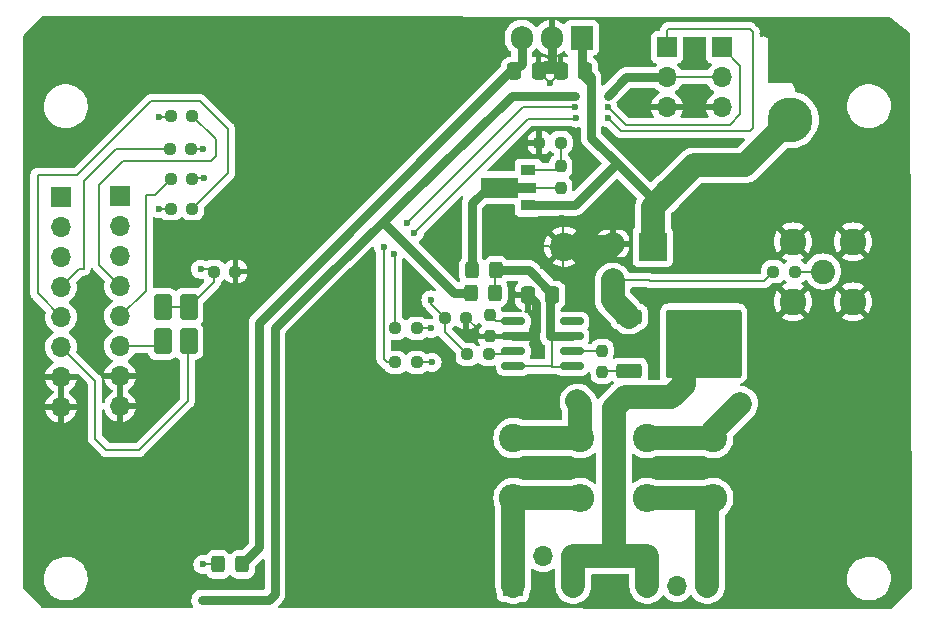
<source format=gbr>
%TF.GenerationSoftware,KiCad,Pcbnew,7.0.1*%
%TF.CreationDate,2023-04-14T11:05:38+02:00*%
%TF.ProjectId,dual-cam-pcb,6475616c-2d63-4616-9d2d-7063622e6b69,rev?*%
%TF.SameCoordinates,Original*%
%TF.FileFunction,Copper,L2,Bot*%
%TF.FilePolarity,Positive*%
%FSLAX46Y46*%
G04 Gerber Fmt 4.6, Leading zero omitted, Abs format (unit mm)*
G04 Created by KiCad (PCBNEW 7.0.1) date 2023-04-14 11:05:38*
%MOMM*%
%LPD*%
G01*
G04 APERTURE LIST*
G04 Aperture macros list*
%AMRoundRect*
0 Rectangle with rounded corners*
0 $1 Rounding radius*
0 $2 $3 $4 $5 $6 $7 $8 $9 X,Y pos of 4 corners*
0 Add a 4 corners polygon primitive as box body*
4,1,4,$2,$3,$4,$5,$6,$7,$8,$9,$2,$3,0*
0 Add four circle primitives for the rounded corners*
1,1,$1+$1,$2,$3*
1,1,$1+$1,$4,$5*
1,1,$1+$1,$6,$7*
1,1,$1+$1,$8,$9*
0 Add four rect primitives between the rounded corners*
20,1,$1+$1,$2,$3,$4,$5,0*
20,1,$1+$1,$4,$5,$6,$7,0*
20,1,$1+$1,$6,$7,$8,$9,0*
20,1,$1+$1,$8,$9,$2,$3,0*%
%AMFreePoly0*
4,1,9,3.862500,-0.866500,0.737500,-0.866500,0.737500,-0.450000,-0.737500,-0.450000,-0.737500,0.450000,0.737500,0.450000,0.737500,0.866500,3.862500,0.866500,3.862500,-0.866500,3.862500,-0.866500,$1*%
G04 Aperture macros list end*
%TA.AperFunction,ComponentPad*%
%ADD10C,2.400000*%
%TD*%
%TA.AperFunction,ComponentPad*%
%ADD11O,2.400000X2.400000*%
%TD*%
%TA.AperFunction,ComponentPad*%
%ADD12C,2.050000*%
%TD*%
%TA.AperFunction,ComponentPad*%
%ADD13C,2.250000*%
%TD*%
%TA.AperFunction,ComponentPad*%
%ADD14R,1.700000X1.700000*%
%TD*%
%TA.AperFunction,ComponentPad*%
%ADD15O,1.700000X1.700000*%
%TD*%
%TA.AperFunction,ComponentPad*%
%ADD16R,1.905000X2.000000*%
%TD*%
%TA.AperFunction,ComponentPad*%
%ADD17O,1.905000X2.000000*%
%TD*%
%TA.AperFunction,ComponentPad*%
%ADD18R,3.800000X3.800000*%
%TD*%
%TA.AperFunction,ComponentPad*%
%ADD19C,3.800000*%
%TD*%
%TA.AperFunction,ComponentPad*%
%ADD20R,2.400000X2.400000*%
%TD*%
%TA.AperFunction,SMDPad,CuDef*%
%ADD21RoundRect,0.237500X-0.237500X0.250000X-0.237500X-0.250000X0.237500X-0.250000X0.237500X0.250000X0*%
%TD*%
%TA.AperFunction,SMDPad,CuDef*%
%ADD22RoundRect,0.250000X0.325000X0.450000X-0.325000X0.450000X-0.325000X-0.450000X0.325000X-0.450000X0*%
%TD*%
%TA.AperFunction,SMDPad,CuDef*%
%ADD23RoundRect,0.237500X0.250000X0.237500X-0.250000X0.237500X-0.250000X-0.237500X0.250000X-0.237500X0*%
%TD*%
%TA.AperFunction,SMDPad,CuDef*%
%ADD24RoundRect,0.237500X-0.250000X-0.237500X0.250000X-0.237500X0.250000X0.237500X-0.250000X0.237500X0*%
%TD*%
%TA.AperFunction,SMDPad,CuDef*%
%ADD25RoundRect,0.250000X-0.625000X0.400000X-0.625000X-0.400000X0.625000X-0.400000X0.625000X0.400000X0*%
%TD*%
%TA.AperFunction,SMDPad,CuDef*%
%ADD26R,1.300000X0.900000*%
%TD*%
%TA.AperFunction,SMDPad,CuDef*%
%ADD27FreePoly0,180.000000*%
%TD*%
%TA.AperFunction,SMDPad,CuDef*%
%ADD28RoundRect,0.250000X-0.325000X-0.450000X0.325000X-0.450000X0.325000X0.450000X-0.325000X0.450000X0*%
%TD*%
%TA.AperFunction,SMDPad,CuDef*%
%ADD29RoundRect,0.250000X0.337500X0.475000X-0.337500X0.475000X-0.337500X-0.475000X0.337500X-0.475000X0*%
%TD*%
%TA.AperFunction,SMDPad,CuDef*%
%ADD30RoundRect,0.237500X0.237500X-0.250000X0.237500X0.250000X-0.237500X0.250000X-0.237500X-0.250000X0*%
%TD*%
%TA.AperFunction,SMDPad,CuDef*%
%ADD31RoundRect,0.150000X-0.825000X-0.150000X0.825000X-0.150000X0.825000X0.150000X-0.825000X0.150000X0*%
%TD*%
%TA.AperFunction,SMDPad,CuDef*%
%ADD32RoundRect,0.250000X-0.500000X0.850000X-0.500000X-0.850000X0.500000X-0.850000X0.500000X0.850000X0*%
%TD*%
%TA.AperFunction,SMDPad,CuDef*%
%ADD33RoundRect,0.250000X-0.850000X-0.350000X0.850000X-0.350000X0.850000X0.350000X-0.850000X0.350000X0*%
%TD*%
%TA.AperFunction,SMDPad,CuDef*%
%ADD34RoundRect,0.250000X-1.275000X-1.125000X1.275000X-1.125000X1.275000X1.125000X-1.275000X1.125000X0*%
%TD*%
%TA.AperFunction,SMDPad,CuDef*%
%ADD35RoundRect,0.249997X-2.950003X-2.650003X2.950003X-2.650003X2.950003X2.650003X-2.950003X2.650003X0*%
%TD*%
%TA.AperFunction,ViaPad*%
%ADD36C,0.600000*%
%TD*%
%TA.AperFunction,ViaPad*%
%ADD37C,1.000000*%
%TD*%
%TA.AperFunction,Conductor*%
%ADD38C,0.750000*%
%TD*%
%TA.AperFunction,Conductor*%
%ADD39C,0.200000*%
%TD*%
%TA.AperFunction,Conductor*%
%ADD40C,2.000000*%
%TD*%
G04 APERTURE END LIST*
D10*
%TO.P,R14,1*%
%TO.N,VDD*%
X132720000Y-92200000D03*
D11*
%TO.P,R14,2*%
%TO.N,Net-(J4-plus1)*%
X132720000Y-97280000D03*
%TD*%
D12*
%TO.P,J3,1,In*%
%TO.N,Net-(J3-In)*%
X142000000Y-78100000D03*
D13*
%TO.P,J3,2,Ext*%
%TO.N,GND*%
X139460000Y-80640000D03*
X144540000Y-80640000D03*
X139460000Y-75560000D03*
X144540000Y-75560000D03*
%TD*%
D10*
%TO.P,R16,1*%
%TO.N,VDD*%
X121440000Y-92200000D03*
D11*
%TO.P,R16,2*%
%TO.N,Net-(J5-plus1)*%
X121440000Y-97280000D03*
%TD*%
D10*
%TO.P,R15,1*%
%TO.N,VDD*%
X127080000Y-92200000D03*
D11*
%TO.P,R15,2*%
%TO.N,Net-(J4-plus1)*%
X127080000Y-97280000D03*
%TD*%
D14*
%TO.P,J2,1,Pin_1*%
%TO.N,unconnected-(J2-Pin_1-Pad1)*%
X77500000Y-71780000D03*
D15*
%TO.P,J2,2,Pin_2*%
%TO.N,unconnected-(J2-Pin_2-Pad2)*%
X77500000Y-74320000D03*
%TO.P,J2,3,Pin_3*%
%TO.N,unconnected-(J2-Pin_3-Pad3)*%
X77500000Y-76860000D03*
%TO.P,J2,4,Pin_4*%
%TO.N,Net-(J2-Pin_4)*%
X77500000Y-79400000D03*
%TO.P,J2,5,Pin_5*%
%TO.N,Net-(J2-Pin_5)*%
X77500000Y-81940000D03*
%TO.P,J2,6,Pin_6*%
%TO.N,Net-(D2-A)*%
X77500000Y-84480000D03*
%TO.P,J2,7,Pin_7*%
%TO.N,GND*%
X77500000Y-87020000D03*
%TO.P,J2,8,Pin_8*%
X77500000Y-89560000D03*
%TD*%
D14*
%TO.P,J4,1,plus1*%
%TO.N,Net-(J4-plus1)*%
X132200000Y-102200000D03*
D15*
%TO.P,J4,2,plus2*%
X132200000Y-104740000D03*
%TO.P,J4,4,Pin_4*%
%TO.N,unconnected-(J4-Pin_4-Pad4)*%
X129660000Y-104740000D03*
%TO.P,J4,5,minus1*%
%TO.N,Net-(J4-minus1)*%
X127120000Y-102200000D03*
%TO.P,J4,6,minus2*%
X127120000Y-104740000D03*
%TD*%
D16*
%TO.P,U4,1,VI*%
%TO.N,VDD*%
X121580000Y-58300000D03*
D17*
%TO.P,U4,2,GND*%
%TO.N,GND*%
X119040000Y-58300000D03*
%TO.P,U4,3,VO*%
%TO.N,Net-(D5-A)*%
X116500000Y-58300000D03*
%TD*%
D14*
%TO.P,J5,1,plus1*%
%TO.N,Net-(J5-plus1)*%
X115775000Y-104740000D03*
D15*
%TO.P,J5,2,plus2*%
X115775000Y-102200000D03*
%TO.P,J5,4,Pin_4*%
%TO.N,unconnected-(J5-Pin_4-Pad4)*%
X118315000Y-102200000D03*
%TO.P,J5,5,minus1*%
%TO.N,Net-(J4-minus1)*%
X120855000Y-104740000D03*
%TO.P,J5,6,minus2*%
X120855000Y-102200000D03*
%TD*%
D18*
%TO.P,J8,1,minus1*%
%TO.N,GND*%
X139250000Y-60250000D03*
D19*
%TO.P,J8,2,plus*%
%TO.N,VDD*%
X139250000Y-65250000D03*
%TD*%
D20*
%TO.P,C3,1*%
%TO.N,VDD*%
X127600000Y-76000000D03*
D10*
%TO.P,C3,2*%
%TO.N,GND*%
X120100000Y-76000000D03*
%TD*%
D14*
%TO.P,J7,1,Pin_1*%
%TO.N,Net-(J7-Pin_1)*%
X133450000Y-59120000D03*
D15*
%TO.P,J7,2,Pin_2*%
%TO.N,/VBus*%
X133450000Y-61660000D03*
%TO.P,J7,3,Pin_3*%
%TO.N,GND*%
X133450000Y-64200000D03*
%TD*%
D10*
%TO.P,R17,1*%
%TO.N,VDD*%
X115800000Y-92200000D03*
D11*
%TO.P,R17,2*%
%TO.N,Net-(J5-plus1)*%
X115800000Y-97280000D03*
%TD*%
D14*
%TO.P,J6,1,Pin_1*%
%TO.N,Net-(J6-Pin_1)*%
X128800000Y-59120000D03*
D15*
%TO.P,J6,2,Pin_2*%
%TO.N,/VBus*%
X128800000Y-61660000D03*
%TO.P,J6,3,Pin_3*%
%TO.N,GND*%
X128800000Y-64200000D03*
%TD*%
D14*
%TO.P,J1,1,Pin_1*%
%TO.N,unconnected-(J1-Pin_1-Pad1)*%
X82500000Y-71700000D03*
D15*
%TO.P,J1,2,Pin_2*%
%TO.N,unconnected-(J1-Pin_2-Pad2)*%
X82500000Y-74240000D03*
%TO.P,J1,3,Pin_3*%
%TO.N,unconnected-(J1-Pin_3-Pad3)*%
X82500000Y-76780000D03*
%TO.P,J1,4,Pin_4*%
%TO.N,Net-(J1-Pin_4)*%
X82500000Y-79320000D03*
%TO.P,J1,5,Pin_5*%
%TO.N,Net-(J1-Pin_5)*%
X82500000Y-81860000D03*
%TO.P,J1,6,Pin_6*%
%TO.N,Net-(D1-A)*%
X82500000Y-84400000D03*
%TO.P,J1,7,Pin_7*%
%TO.N,GND*%
X82500000Y-86940000D03*
%TO.P,J1,8,Pin_8*%
X82500000Y-89480000D03*
%TD*%
D21*
%TO.P,R11,1*%
%TO.N,Net-(U2-OUTA)*%
X123300000Y-84787500D03*
%TO.P,R11,2*%
%TO.N,Net-(Q1-G)*%
X123300000Y-86612500D03*
%TD*%
D22*
%TO.P,D4,1,K*%
%TO.N,Net-(D3-K)*%
X114325000Y-78000000D03*
%TO.P,D4,2,A*%
%TO.N,+12V*%
X112275000Y-78000000D03*
%TD*%
D23*
%TO.P,R19,1*%
%TO.N,Net-(U1-GPIO6)*%
X107612500Y-85800000D03*
%TO.P,R19,2*%
%TO.N,Net-(J7-Pin_1)*%
X105787500Y-85800000D03*
%TD*%
D24*
%TO.P,R6,1*%
%TO.N,Net-(U1-GPIO8)*%
X111887500Y-85100000D03*
%TO.P,R6,2*%
%TO.N,Net-(U2-INA)*%
X113712500Y-85100000D03*
%TD*%
D25*
%TO.P,R12,1*%
%TO.N,GND*%
X124200000Y-75750000D03*
%TO.P,R12,2*%
%TO.N,Net-(Q1-S)*%
X124200000Y-78850000D03*
%TD*%
D26*
%TO.P,U3,1,ADJ*%
%TO.N,Net-(U3-ADJ)*%
X117050000Y-69500000D03*
D27*
%TO.P,U3,2,VO*%
%TO.N,+12V*%
X116962500Y-71000000D03*
D26*
%TO.P,U3,3,VI*%
%TO.N,VDD*%
X117050000Y-72500000D03*
%TD*%
D24*
%TO.P,R2,1*%
%TO.N,Net-(J2-Pin_4)*%
X86687500Y-67700000D03*
%TO.P,R2,2*%
%TO.N,Net-(U1-GPIO19)*%
X88512500Y-67700000D03*
%TD*%
D28*
%TO.P,D5,1,K*%
%TO.N,Net-(D5-K)*%
X90775000Y-102900000D03*
%TO.P,D5,2,A*%
%TO.N,Net-(D5-A)*%
X92825000Y-102900000D03*
%TD*%
D22*
%TO.P,D3,1,K*%
%TO.N,Net-(D3-K)*%
X114225000Y-79900000D03*
%TO.P,D3,2,A*%
%TO.N,/VBus*%
X112175000Y-79900000D03*
%TD*%
D24*
%TO.P,R7,1*%
%TO.N,Net-(U1-GPIO8)*%
X109987500Y-82000000D03*
%TO.P,R7,2*%
%TO.N,GND*%
X111812500Y-82000000D03*
%TD*%
D29*
%TO.P,C7,1*%
%TO.N,GND*%
X117920000Y-61160000D03*
%TO.P,C7,2*%
%TO.N,Net-(D5-A)*%
X115845000Y-61160000D03*
%TD*%
D23*
%TO.P,R3,1*%
%TO.N,Net-(J2-Pin_5)*%
X88612500Y-72800000D03*
%TO.P,R3,2*%
%TO.N,Net-(U1-GPIO21)*%
X86787500Y-72800000D03*
%TD*%
D30*
%TO.P,R8,1*%
%TO.N,GND*%
X113800000Y-83600000D03*
%TO.P,R8,2*%
%TO.N,Net-(U2-INB)*%
X113800000Y-81775000D03*
%TD*%
D21*
%TO.P,R10,1*%
%TO.N,Net-(U3-ADJ)*%
X119800000Y-69187500D03*
%TO.P,R10,2*%
%TO.N,+12V*%
X119800000Y-71012500D03*
%TD*%
D31*
%TO.P,U2,1,ENA*%
%TO.N,Net-(D3-K)*%
X115800000Y-86140000D03*
%TO.P,U2,2,INA*%
%TO.N,Net-(U2-INA)*%
X115800000Y-84870000D03*
%TO.P,U2,3,GND*%
%TO.N,GND*%
X115800000Y-83600000D03*
%TO.P,U2,4,INB*%
%TO.N,Net-(U2-INB)*%
X115800000Y-82330000D03*
%TO.P,U2,5,OUTB*%
%TO.N,unconnected-(U2-OUTB-Pad5)*%
X120750000Y-82330000D03*
%TO.P,U2,6,VDD*%
%TO.N,Net-(D3-K)*%
X120750000Y-83600000D03*
%TO.P,U2,7,OUTA*%
%TO.N,Net-(U2-OUTA)*%
X120750000Y-84870000D03*
%TO.P,U2,8,ENB*%
%TO.N,Net-(D3-K)*%
X120750000Y-86140000D03*
%TD*%
D32*
%TO.P,D2,1,K*%
%TO.N,Net-(D1-K)*%
X88300000Y-81100000D03*
%TO.P,D2,2,A*%
%TO.N,Net-(D2-A)*%
X88300000Y-84000000D03*
%TD*%
D33*
%TO.P,Q1,1,G*%
%TO.N,Net-(Q1-G)*%
X125600000Y-86480000D03*
D34*
%TO.P,Q1,2,D*%
%TO.N,Net-(J4-minus1)*%
X130225000Y-82675000D03*
X130225000Y-85725000D03*
D35*
X131900000Y-84200000D03*
D34*
X133575000Y-82675000D03*
X133575000Y-85725000D03*
D33*
%TO.P,Q1,3,S*%
%TO.N,Net-(Q1-S)*%
X125600000Y-81920000D03*
%TD*%
D24*
%TO.P,R13,1*%
%TO.N,Net-(Q1-S)*%
X137785000Y-78130000D03*
%TO.P,R13,2*%
%TO.N,Net-(J3-In)*%
X139610000Y-78130000D03*
%TD*%
%TO.P,R5,1*%
%TO.N,Net-(J1-Pin_5)*%
X86787500Y-70300000D03*
%TO.P,R5,2*%
%TO.N,Net-(U1-GPIO20)*%
X88612500Y-70300000D03*
%TD*%
D32*
%TO.P,D1,1,K*%
%TO.N,Net-(D1-K)*%
X86100000Y-81100000D03*
%TO.P,D1,2,A*%
%TO.N,Net-(D1-A)*%
X86100000Y-84000000D03*
%TD*%
D29*
%TO.P,C1,1*%
%TO.N,Net-(D3-K)*%
X119100000Y-80100000D03*
%TO.P,C1,2*%
%TO.N,GND*%
X117025000Y-80100000D03*
%TD*%
D23*
%TO.P,R18,1*%
%TO.N,Net-(U1-GPIO7)*%
X107612500Y-82900000D03*
%TO.P,R18,2*%
%TO.N,Net-(J6-Pin_1)*%
X105787500Y-82900000D03*
%TD*%
D24*
%TO.P,R1,1*%
%TO.N,Net-(D1-K)*%
X90437500Y-78100000D03*
%TO.P,R1,2*%
%TO.N,GND*%
X92262500Y-78100000D03*
%TD*%
D29*
%TO.P,C2,1*%
%TO.N,VDD*%
X121857500Y-61160000D03*
%TO.P,C2,2*%
%TO.N,GND*%
X119782500Y-61160000D03*
%TD*%
D23*
%TO.P,R4,1*%
%TO.N,Net-(J1-Pin_4)*%
X88612500Y-64900000D03*
%TO.P,R4,2*%
%TO.N,Net-(U1-GPIO18)*%
X86787500Y-64900000D03*
%TD*%
%TO.P,R9,1*%
%TO.N,Net-(U3-ADJ)*%
X119812500Y-67200000D03*
%TO.P,R9,2*%
%TO.N,GND*%
X117987500Y-67200000D03*
%TD*%
D36*
%TO.N,GND*%
X112400000Y-95700000D03*
X118850000Y-62100000D03*
X76800000Y-59500000D03*
X124900000Y-72000000D03*
X136400000Y-82000000D03*
X127500000Y-69300000D03*
X112400000Y-103300000D03*
X127600000Y-83300000D03*
X108400000Y-98271428D03*
X91000000Y-63500000D03*
X103700000Y-58000000D03*
X81900000Y-104800000D03*
X108800000Y-57600000D03*
X91000000Y-74900000D03*
X79900000Y-79850000D03*
X117600000Y-75900000D03*
X89550000Y-91590000D03*
X141850000Y-82850000D03*
X108400000Y-105900000D03*
X142100000Y-100000000D03*
X112400000Y-100800000D03*
X119900000Y-73600000D03*
X112400000Y-87900000D03*
X96900000Y-92500000D03*
X85600000Y-89250000D03*
X108400000Y-95728571D03*
X133550000Y-75100000D03*
X85450000Y-96083333D03*
X83300000Y-57600000D03*
X142050000Y-73350000D03*
X117900000Y-84200000D03*
X126000000Y-58900000D03*
X118300000Y-74300000D03*
X112600000Y-60000000D03*
X133450000Y-80150000D03*
X146100000Y-58500000D03*
X120900000Y-80900000D03*
X120000000Y-78400000D03*
X80050000Y-85200000D03*
X142650000Y-58150000D03*
X80200000Y-59700000D03*
X135000000Y-102500000D03*
X131000000Y-59300000D03*
X133650000Y-77650000D03*
X137300000Y-88100000D03*
X125450000Y-77400000D03*
X97200000Y-83100000D03*
X131300000Y-72000000D03*
X108400000Y-103357142D03*
X137400000Y-71700000D03*
X112400000Y-90500000D03*
X108400000Y-90642857D03*
X100200000Y-80200000D03*
X135200000Y-98700000D03*
X121700000Y-77700000D03*
X118300000Y-77600000D03*
X80600000Y-100200000D03*
X96800000Y-97000000D03*
X108800000Y-60200000D03*
X121700000Y-94950000D03*
X82450000Y-91800000D03*
X134500000Y-105300000D03*
X92600000Y-100400000D03*
X92600000Y-92700000D03*
X95600000Y-78500000D03*
X108800000Y-65400000D03*
X121800000Y-74200000D03*
X93700000Y-65900000D03*
X136300000Y-85500000D03*
X108400000Y-93185714D03*
X103500000Y-77200000D03*
X143000000Y-66900000D03*
X113900000Y-73300000D03*
X147400000Y-91200000D03*
X115800000Y-79900000D03*
X85450000Y-101150000D03*
X126300000Y-94650000D03*
X112400000Y-98200000D03*
X85450000Y-98616666D03*
X96700000Y-87900000D03*
X107250000Y-79400000D03*
X112400000Y-92900000D03*
X92700000Y-97200000D03*
X116900000Y-67200000D03*
X102800000Y-71600000D03*
X137200000Y-91600000D03*
X96800000Y-102000000D03*
X92700000Y-81600000D03*
X134700000Y-94300000D03*
X89550000Y-99600000D03*
X112400000Y-105900000D03*
X85750000Y-76400000D03*
X112700000Y-57400000D03*
X108800000Y-62800000D03*
X108400000Y-88100000D03*
X90600000Y-60100000D03*
X105700000Y-68200000D03*
X89550000Y-94260000D03*
X85450000Y-93550000D03*
X125500000Y-67500000D03*
X76200000Y-99100000D03*
X84400000Y-60300000D03*
X147800000Y-99000000D03*
X125600000Y-63700000D03*
X131300000Y-63800000D03*
X95600000Y-57600000D03*
X140900000Y-105300000D03*
X108400000Y-100814285D03*
X89550000Y-86250000D03*
X84450000Y-86050000D03*
X92700000Y-87800000D03*
X99500000Y-74800000D03*
X112800000Y-83600000D03*
X118550000Y-88350000D03*
X128900000Y-80200000D03*
X75450000Y-92350000D03*
X75250000Y-82400000D03*
X146100000Y-71000000D03*
X79200000Y-92650000D03*
X113900000Y-76100000D03*
X89550000Y-96930000D03*
X108550000Y-75300000D03*
X146700000Y-78150000D03*
X93900000Y-72000000D03*
X89550000Y-88920000D03*
X142250000Y-62050000D03*
D37*
%TO.N,VDD*%
X128850000Y-71350000D03*
X127600000Y-72600000D03*
X135000000Y-89300000D03*
X121200000Y-89100000D03*
D36*
%TO.N,Net-(D1-K)*%
X89300000Y-77900000D03*
%TO.N,/VBus*%
X123800000Y-63200000D03*
X89400000Y-105900000D03*
X121000000Y-63200000D03*
%TO.N,Net-(D5-K)*%
X89500000Y-102900000D03*
%TO.N,Net-(U1-GPIO19)*%
X89500000Y-67700000D03*
%TO.N,Net-(U1-GPIO21)*%
X85800000Y-72800000D03*
%TO.N,Net-(U1-GPIO18)*%
X85800000Y-65000000D03*
%TO.N,Net-(U1-GPIO20)*%
X89600000Y-70200000D03*
%TO.N,Net-(U1-GPIO8)*%
X108800000Y-80500000D03*
%TO.N,Net-(J6-Pin_1)*%
X121100000Y-65100000D03*
X105700000Y-76600000D03*
X123800000Y-65100000D03*
X107400000Y-74800000D03*
%TO.N,Net-(J7-Pin_1)*%
X123800000Y-64200000D03*
X104800000Y-76000000D03*
X106800000Y-74000000D03*
X121000000Y-64200000D03*
%TO.N,Net-(U1-GPIO7)*%
X108800000Y-82900000D03*
%TO.N,Net-(U1-GPIO6)*%
X108900000Y-85800000D03*
%TD*%
D38*
%TO.N,Net-(D3-K)*%
X118900000Y-83600000D02*
X118900000Y-80275000D01*
D39*
X115800000Y-86140000D02*
X119040000Y-86140000D01*
X120750000Y-86140000D02*
X120479315Y-86140000D01*
D38*
X118900000Y-80275000D02*
X119075000Y-80100000D01*
D39*
X120479315Y-86140000D02*
X120419315Y-86200000D01*
X114225000Y-79900000D02*
X114225000Y-78100000D01*
D38*
X114325000Y-78000000D02*
X117100000Y-78000000D01*
D39*
X119100000Y-83800000D02*
X118900000Y-83600000D01*
X119100000Y-86200000D02*
X119100000Y-83800000D01*
X120419315Y-86200000D02*
X119100000Y-86200000D01*
X114225000Y-78100000D02*
X114325000Y-78000000D01*
X119040000Y-86140000D02*
X119100000Y-86200000D01*
D38*
X117100000Y-78000000D02*
X119100000Y-80000000D01*
X119100000Y-80000000D02*
X119100000Y-80100000D01*
X120750000Y-83600000D02*
X118900000Y-83600000D01*
D39*
%TO.N,GND*%
X116800000Y-79900000D02*
X117000000Y-80100000D01*
X118300000Y-77600000D02*
X120100000Y-76000000D01*
X115800000Y-83600000D02*
X113800000Y-83600000D01*
X112800000Y-82987500D02*
X111812500Y-82000000D01*
D38*
X119040000Y-60617500D02*
X119282500Y-60860000D01*
D39*
X121800000Y-74200000D02*
X120100000Y-76000000D01*
X113800000Y-83600000D02*
X112800000Y-83600000D01*
X117987500Y-67200000D02*
X116900000Y-67200000D01*
D38*
X118462500Y-60617500D02*
X119040000Y-60617500D01*
X117200000Y-83600000D02*
X115800000Y-83600000D01*
D39*
X120000000Y-78400000D02*
X120100000Y-76000000D01*
X118850000Y-62100000D02*
X119782500Y-61160000D01*
X117800000Y-84200000D02*
X117900000Y-84200000D01*
D38*
X119040000Y-58300000D02*
X119040000Y-60617500D01*
X117000000Y-80100000D02*
X117700000Y-80800000D01*
D39*
X118850000Y-62100000D02*
X117920000Y-61160000D01*
D40*
X123950000Y-76000000D02*
X120100000Y-76000000D01*
D39*
X117200000Y-83600000D02*
X117800000Y-84200000D01*
D38*
X117700000Y-80800000D02*
X117700000Y-83100000D01*
D39*
X118300000Y-74300000D02*
X120100000Y-76000000D01*
X112800000Y-83600000D02*
X112800000Y-82987500D01*
X115800000Y-79900000D02*
X116800000Y-79900000D01*
X119900000Y-73600000D02*
X120100000Y-76000000D01*
X121700000Y-77700000D02*
X120100000Y-76000000D01*
D38*
X117700000Y-83100000D02*
X117200000Y-83600000D01*
X117920000Y-61160000D02*
X118462500Y-60617500D01*
D39*
X117600000Y-75900000D02*
X120100000Y-76000000D01*
D40*
X124200000Y-75750000D02*
X123950000Y-76000000D01*
%TO.N,VDD*%
X128800000Y-71400000D02*
X127600000Y-72600000D01*
X128800000Y-71300000D02*
X128850000Y-71350000D01*
D39*
X122357500Y-61840000D02*
X122357500Y-62100000D01*
X131250000Y-68850000D02*
X128800000Y-71300000D01*
D38*
X127600000Y-72000000D02*
X127600000Y-72600000D01*
X117050000Y-72500000D02*
X121000000Y-72500000D01*
X122357500Y-62100000D02*
X121600000Y-61342500D01*
X122357500Y-66757500D02*
X124550000Y-68950000D01*
D40*
X121440000Y-92200000D02*
X121440000Y-89340000D01*
D39*
X121377500Y-60860000D02*
X122357500Y-61840000D01*
D40*
X115800000Y-92200000D02*
X121440000Y-92200000D01*
D38*
X122357500Y-61660000D02*
X122357500Y-66757500D01*
D40*
X128800000Y-71300000D02*
X128800000Y-71400000D01*
X132720000Y-91580000D02*
X135000000Y-89300000D01*
X135400000Y-69100000D02*
X139250000Y-65250000D01*
D38*
X121857500Y-61160000D02*
X122357500Y-61660000D01*
D40*
X127080000Y-92200000D02*
X132720000Y-92200000D01*
D38*
X124550000Y-68950000D02*
X127600000Y-72000000D01*
D40*
X131100000Y-69100000D02*
X135400000Y-69100000D01*
X121440000Y-89340000D02*
X121200000Y-89100000D01*
X127600000Y-76000000D02*
X127600000Y-72600000D01*
X132720000Y-92200000D02*
X132720000Y-91580000D01*
D38*
X121600000Y-61342500D02*
X121600000Y-58300000D01*
D40*
X128850000Y-71350000D02*
X131100000Y-69100000D01*
D38*
X121000000Y-72500000D02*
X124550000Y-68950000D01*
%TO.N,Net-(D5-A)*%
X94264429Y-101460571D02*
X92825000Y-102900000D01*
X115845000Y-61160000D02*
X116500000Y-60505000D01*
X116500000Y-60505000D02*
X116500000Y-58300000D01*
X115845000Y-61160000D02*
X115545000Y-61160000D01*
X115545000Y-61160000D02*
X94264429Y-82440571D01*
X94264429Y-82440571D02*
X94264429Y-101460571D01*
D39*
%TO.N,Net-(D1-K)*%
X86100000Y-81100000D02*
X88300000Y-81100000D01*
X90237500Y-77900000D02*
X90437500Y-78100000D01*
X88300000Y-81100000D02*
X90437500Y-78962500D01*
X89300000Y-77900000D02*
X90237500Y-77900000D01*
X90437500Y-78962500D02*
X90437500Y-78100000D01*
%TO.N,Net-(D1-A)*%
X82500000Y-84400000D02*
X85700000Y-84400000D01*
X85700000Y-84400000D02*
X86100000Y-84000000D01*
%TO.N,Net-(D2-A)*%
X81300000Y-93200000D02*
X80350000Y-92250000D01*
X88200000Y-89100000D02*
X84100000Y-93200000D01*
X80350000Y-92250000D02*
X80350000Y-87330000D01*
X88300000Y-84000000D02*
X88200000Y-84100000D01*
X88200000Y-84100000D02*
X88200000Y-89100000D01*
X80350000Y-87330000D02*
X77500000Y-84480000D01*
X84100000Y-93200000D02*
X81300000Y-93200000D01*
D38*
%TO.N,/VBus*%
X128800000Y-61660000D02*
X125340000Y-61660000D01*
X110800000Y-79900000D02*
X104764151Y-73864151D01*
D39*
X128800000Y-61660000D02*
X133450000Y-61660000D01*
D38*
X115700000Y-63200000D02*
X121000000Y-63200000D01*
X112175000Y-79900000D02*
X110800000Y-79900000D01*
X95600000Y-82900000D02*
X95600000Y-105400000D01*
X99600000Y-78900000D02*
X95600000Y-82900000D01*
X95600000Y-105400000D02*
X95100000Y-105900000D01*
X95100000Y-105900000D02*
X89400000Y-105900000D01*
X125340000Y-61660000D02*
X123800000Y-63200000D01*
X99600000Y-78900000D02*
X115700000Y-63200000D01*
D39*
%TO.N,+12V*%
X116975000Y-71012500D02*
X116962500Y-71000000D01*
D38*
X116962500Y-71000000D02*
X113600000Y-71000000D01*
X112275000Y-72325000D02*
X112275000Y-78000000D01*
D39*
X119800000Y-71012500D02*
X116975000Y-71012500D01*
D38*
X113600000Y-71000000D02*
X112275000Y-72325000D01*
D39*
%TO.N,Net-(D5-K)*%
X90775000Y-102900000D02*
X89500000Y-102900000D01*
%TO.N,Net-(J1-Pin_4)*%
X90600000Y-68300000D02*
X90600000Y-66887500D01*
X82500000Y-79320000D02*
X80700000Y-77520000D01*
X80700000Y-77520000D02*
X80700000Y-70800000D01*
X90150000Y-68750000D02*
X90600000Y-68300000D01*
X80700000Y-70800000D02*
X82750000Y-68750000D01*
X82750000Y-68750000D02*
X90150000Y-68750000D01*
X90600000Y-66887500D02*
X88612500Y-64900000D01*
%TO.N,Net-(J1-Pin_5)*%
X82500000Y-81860000D02*
X84650000Y-79710000D01*
X84650000Y-79710000D02*
X84650000Y-71650000D01*
X84650000Y-71650000D02*
X85437500Y-71650000D01*
X85437500Y-71650000D02*
X86787500Y-70300000D01*
%TO.N,Net-(J2-Pin_4)*%
X79400000Y-70450000D02*
X79400000Y-77850000D01*
X82150000Y-67700000D02*
X79400000Y-70450000D01*
X79400000Y-77850000D02*
X79050000Y-77850000D01*
X86687500Y-67700000D02*
X82150000Y-67700000D01*
X79050000Y-77850000D02*
X77500000Y-79400000D01*
%TO.N,Net-(J2-Pin_5)*%
X78850000Y-69950000D02*
X75500000Y-69950000D01*
X91650000Y-69762500D02*
X91650000Y-66050000D01*
X85150000Y-63650000D02*
X78850000Y-69950000D01*
X88612500Y-72800000D02*
X91650000Y-69762500D01*
X75500000Y-69950000D02*
X75500000Y-79940000D01*
X91650000Y-66050000D02*
X89250000Y-63650000D01*
X75500000Y-79940000D02*
X77500000Y-81940000D01*
X89250000Y-63650000D02*
X85150000Y-63650000D01*
%TO.N,Net-(J3-In)*%
X142000000Y-78100000D02*
X139610000Y-78130000D01*
D40*
%TO.N,Net-(J4-plus1)*%
X127080000Y-97280000D02*
X132720000Y-97280000D01*
X132200000Y-97800000D02*
X132720000Y-97280000D01*
X132200000Y-102200000D02*
X132200000Y-104740000D01*
X132200000Y-102200000D02*
X132200000Y-97800000D01*
%TO.N,Net-(J4-minus1)*%
X124300000Y-102200000D02*
X120855000Y-102200000D01*
X124300000Y-89650000D02*
X124300000Y-102200000D01*
X127120000Y-102200000D02*
X127120000Y-104740000D01*
X129150000Y-88750000D02*
X125200000Y-88750000D01*
X130225000Y-87675000D02*
X129150000Y-88750000D01*
X125200000Y-88750000D02*
X124300000Y-89650000D01*
X127120000Y-102200000D02*
X124300000Y-102200000D01*
X130225000Y-85725000D02*
X130225000Y-87675000D01*
X120855000Y-104740000D02*
X120855000Y-102200000D01*
%TO.N,Net-(J5-plus1)*%
X115775000Y-104740000D02*
X115775000Y-102200000D01*
X121440000Y-97280000D02*
X115800000Y-97280000D01*
X115775000Y-102200000D02*
X115775000Y-97305000D01*
X115775000Y-97305000D02*
X115800000Y-97280000D01*
D39*
%TO.N,Net-(Q1-G)*%
X123432500Y-86480000D02*
X123300000Y-86612500D01*
X125600000Y-86480000D02*
X123432500Y-86480000D01*
D40*
%TO.N,Net-(Q1-S)*%
X124200000Y-78850000D02*
X124200000Y-80520000D01*
D39*
X124200000Y-78850000D02*
X127301471Y-78850000D01*
X127351471Y-78900000D02*
X137015000Y-78900000D01*
D40*
X124200000Y-80520000D02*
X125600000Y-81920000D01*
D39*
X127301471Y-78850000D02*
X127351471Y-78900000D01*
X137015000Y-78900000D02*
X137785000Y-78130000D01*
%TO.N,Net-(U1-GPIO19)*%
X89500000Y-67700000D02*
X88512500Y-67700000D01*
%TO.N,Net-(U1-GPIO21)*%
X86787500Y-72800000D02*
X85800000Y-72800000D01*
%TO.N,Net-(U1-GPIO18)*%
X86687500Y-65000000D02*
X86787500Y-64900000D01*
X85800000Y-65000000D02*
X86687500Y-65000000D01*
%TO.N,Net-(U1-GPIO20)*%
X89600000Y-70200000D02*
X88712500Y-70200000D01*
X88712500Y-70200000D02*
X88612500Y-70300000D01*
%TO.N,Net-(U1-GPIO8)*%
X109987500Y-82000000D02*
X109987500Y-83200000D01*
X108800000Y-80500000D02*
X108800000Y-80812500D01*
X108800000Y-80812500D02*
X109987500Y-82000000D01*
X109987500Y-83200000D02*
X111887500Y-85100000D01*
%TO.N,Net-(U2-INA)*%
X115570000Y-85100000D02*
X115800000Y-84870000D01*
X113712500Y-85100000D02*
X115570000Y-85100000D01*
%TO.N,Net-(U2-INB)*%
X115800000Y-82330000D02*
X114355000Y-82330000D01*
X114355000Y-82330000D02*
X113800000Y-81775000D01*
%TO.N,Net-(U3-ADJ)*%
X119812500Y-67200000D02*
X119812500Y-69175000D01*
X119800000Y-69187500D02*
X119487500Y-69500000D01*
X119812500Y-69175000D02*
X119800000Y-69187500D01*
X119487500Y-69500000D02*
X117050000Y-69500000D01*
%TO.N,Net-(U2-OUTA)*%
X123300000Y-84787500D02*
X123217500Y-84870000D01*
X123217500Y-84870000D02*
X120750000Y-84870000D01*
%TO.N,Net-(J6-Pin_1)*%
X121000000Y-65200000D02*
X117000000Y-65200000D01*
X105787500Y-76687500D02*
X105787500Y-82900000D01*
X124900000Y-66200000D02*
X123800000Y-65100000D01*
X117000000Y-65200000D02*
X107400000Y-74800000D01*
X128900000Y-57600000D02*
X135800000Y-57600000D01*
X105700000Y-76600000D02*
X105787500Y-76687500D01*
X135800000Y-57600000D02*
X136050000Y-57850000D01*
X121100000Y-65100000D02*
X121000000Y-65200000D01*
X128800000Y-59120000D02*
X128800000Y-57700000D01*
X128800000Y-57700000D02*
X128900000Y-57600000D01*
X135800000Y-66200000D02*
X124900000Y-66200000D01*
X136050000Y-57850000D02*
X136050000Y-65950000D01*
X136050000Y-65950000D02*
X135800000Y-66200000D01*
%TO.N,Net-(J7-Pin_1)*%
X104800000Y-85500000D02*
X105100000Y-85800000D01*
X125300000Y-65700000D02*
X123800000Y-64200000D01*
X135000000Y-60670000D02*
X135000000Y-64800000D01*
X116600000Y-64200000D02*
X106800000Y-74000000D01*
X134100000Y-65700000D02*
X125300000Y-65700000D01*
X104800000Y-76000000D02*
X104800000Y-85500000D01*
X105100000Y-85800000D02*
X105787500Y-85800000D01*
X133450000Y-59120000D02*
X135000000Y-60670000D01*
X121000000Y-64200000D02*
X116600000Y-64200000D01*
X135000000Y-64800000D02*
X134100000Y-65700000D01*
%TO.N,Net-(U1-GPIO7)*%
X107612500Y-82900000D02*
X108800000Y-82900000D01*
%TO.N,Net-(U1-GPIO6)*%
X107612500Y-85800000D02*
X108900000Y-85800000D01*
%TD*%
%TA.AperFunction,Conductor*%
%TO.N,GND*%
G36*
X80170844Y-77839023D02*
G01*
X80215836Y-77875457D01*
X80261342Y-77934760D01*
X80271718Y-77948282D01*
X80279216Y-77954035D01*
X80296768Y-77967503D01*
X80308964Y-77978199D01*
X81167233Y-78836468D01*
X81199327Y-78892055D01*
X81199327Y-78956242D01*
X81164936Y-79084592D01*
X81144340Y-79320000D01*
X81164936Y-79555407D01*
X81201339Y-79691265D01*
X81226097Y-79783663D01*
X81325965Y-79997830D01*
X81461505Y-80191401D01*
X81628599Y-80358495D01*
X81814160Y-80488426D01*
X81853024Y-80532743D01*
X81867035Y-80590000D01*
X81853024Y-80647257D01*
X81814158Y-80691575D01*
X81632667Y-80818657D01*
X81628595Y-80821508D01*
X81461505Y-80988598D01*
X81325965Y-81182170D01*
X81226097Y-81396336D01*
X81164936Y-81624592D01*
X81144340Y-81860000D01*
X81164936Y-82095407D01*
X81209709Y-82262501D01*
X81226097Y-82323663D01*
X81325965Y-82537830D01*
X81461505Y-82731401D01*
X81628599Y-82898495D01*
X81814160Y-83028426D01*
X81853024Y-83072743D01*
X81867035Y-83130000D01*
X81853024Y-83187257D01*
X81814158Y-83231575D01*
X81645032Y-83349999D01*
X81628595Y-83361508D01*
X81461505Y-83528598D01*
X81325965Y-83722170D01*
X81226097Y-83936336D01*
X81164936Y-84164592D01*
X81144340Y-84399999D01*
X81164936Y-84635407D01*
X81198991Y-84762501D01*
X81226097Y-84863663D01*
X81325965Y-85077830D01*
X81461505Y-85271401D01*
X81628599Y-85438495D01*
X81814597Y-85568732D01*
X81853460Y-85613048D01*
X81867471Y-85670305D01*
X81853461Y-85727561D01*
X81814595Y-85771880D01*
X81628919Y-85901892D01*
X81461890Y-86068921D01*
X81326400Y-86262421D01*
X81226569Y-86476507D01*
X81169364Y-86689999D01*
X81169364Y-86690000D01*
X83830636Y-86690000D01*
X83830635Y-86689999D01*
X83773430Y-86476507D01*
X83673599Y-86262421D01*
X83538109Y-86068921D01*
X83371081Y-85901893D01*
X83185404Y-85771880D01*
X83146539Y-85727562D01*
X83132528Y-85670305D01*
X83146539Y-85613048D01*
X83185402Y-85568732D01*
X83371401Y-85438495D01*
X83538495Y-85271401D01*
X83674035Y-85077830D01*
X83676709Y-85072094D01*
X83722466Y-85019919D01*
X83789091Y-85000500D01*
X84769699Y-85000500D01*
X84819914Y-85011123D01*
X84861526Y-85041171D01*
X84887404Y-85085495D01*
X84892758Y-85101650D01*
X84915186Y-85169334D01*
X85007288Y-85318657D01*
X85131342Y-85442711D01*
X85172685Y-85468211D01*
X85280666Y-85534814D01*
X85383018Y-85568730D01*
X85447202Y-85589999D01*
X85457703Y-85591071D01*
X85549991Y-85600500D01*
X86650008Y-85600499D01*
X86752797Y-85589999D01*
X86919334Y-85534814D01*
X87068656Y-85442712D01*
X87112317Y-85399050D01*
X87167906Y-85366955D01*
X87232094Y-85366955D01*
X87287682Y-85399050D01*
X87331342Y-85442711D01*
X87454208Y-85518495D01*
X87480666Y-85534814D01*
X87514505Y-85546027D01*
X87558830Y-85571906D01*
X87588877Y-85613518D01*
X87599500Y-85663733D01*
X87599500Y-88799903D01*
X87590061Y-88847356D01*
X87563181Y-88887584D01*
X83887584Y-92563181D01*
X83847356Y-92590061D01*
X83799903Y-92599500D01*
X81600097Y-92599500D01*
X81552644Y-92590061D01*
X81512416Y-92563181D01*
X80986819Y-92037584D01*
X80959939Y-91997356D01*
X80950500Y-91949903D01*
X80950500Y-89855062D01*
X80964511Y-89797805D01*
X81003376Y-89753487D01*
X81058315Y-89732123D01*
X81116910Y-89738540D01*
X81165922Y-89771289D01*
X81194275Y-89822968D01*
X81226569Y-89943492D01*
X81326399Y-90157576D01*
X81461893Y-90351081D01*
X81628918Y-90518106D01*
X81822423Y-90653600D01*
X82036507Y-90753430D01*
X82249999Y-90810635D01*
X82250000Y-90810636D01*
X82250000Y-89730000D01*
X82750000Y-89730000D01*
X82750000Y-90810635D01*
X82963492Y-90753430D01*
X83177576Y-90653600D01*
X83371081Y-90518106D01*
X83538106Y-90351081D01*
X83673600Y-90157576D01*
X83773430Y-89943492D01*
X83830636Y-89730000D01*
X82750000Y-89730000D01*
X82250000Y-89730000D01*
X82250000Y-87190000D01*
X82750000Y-87190000D01*
X82750000Y-89230000D01*
X83830636Y-89230000D01*
X83830635Y-89229999D01*
X83773430Y-89016507D01*
X83673599Y-88802421D01*
X83538109Y-88608921D01*
X83371081Y-88441893D01*
X83184968Y-88311575D01*
X83146103Y-88267257D01*
X83132092Y-88210000D01*
X83146103Y-88152743D01*
X83184968Y-88108425D01*
X83371081Y-87978106D01*
X83538106Y-87811081D01*
X83673600Y-87617576D01*
X83773430Y-87403492D01*
X83830636Y-87190000D01*
X82750000Y-87190000D01*
X82250000Y-87190000D01*
X81169363Y-87190000D01*
X81152443Y-87212050D01*
X81131697Y-87227968D01*
X81165365Y-87245682D01*
X81199785Y-87303534D01*
X81226570Y-87403493D01*
X81326399Y-87617576D01*
X81461893Y-87811081D01*
X81628918Y-87978106D01*
X81815031Y-88108425D01*
X81853896Y-88152743D01*
X81867907Y-88210000D01*
X81853896Y-88267257D01*
X81815031Y-88311575D01*
X81628918Y-88441893D01*
X81461890Y-88608921D01*
X81326400Y-88802421D01*
X81226569Y-89016507D01*
X81194275Y-89137032D01*
X81165922Y-89188711D01*
X81116910Y-89221460D01*
X81058315Y-89227877D01*
X81003376Y-89206513D01*
X80964511Y-89162195D01*
X80950500Y-89104938D01*
X80950500Y-87377487D01*
X80951561Y-87361304D01*
X80957071Y-87319446D01*
X80983643Y-87257595D01*
X81001984Y-87244631D01*
X80978581Y-87234937D01*
X80939507Y-87184014D01*
X80935044Y-87173239D01*
X80935044Y-87173238D01*
X80874536Y-87027159D01*
X80840496Y-86982797D01*
X80808041Y-86940500D01*
X80808039Y-86940499D01*
X80778281Y-86901717D01*
X80753229Y-86882494D01*
X80741034Y-86871799D01*
X78832766Y-84963531D01*
X78800672Y-84907943D01*
X78800672Y-84843756D01*
X78803428Y-84833472D01*
X78835063Y-84715408D01*
X78855659Y-84480000D01*
X78835063Y-84244592D01*
X78773903Y-84016337D01*
X78674035Y-83802171D01*
X78538495Y-83608599D01*
X78371401Y-83441505D01*
X78185839Y-83311573D01*
X78146975Y-83267257D01*
X78132964Y-83210000D01*
X78146975Y-83152743D01*
X78185839Y-83108426D01*
X78371401Y-82978495D01*
X78538495Y-82811401D01*
X78674035Y-82617830D01*
X78773903Y-82403663D01*
X78835063Y-82175408D01*
X78855659Y-81940000D01*
X78835063Y-81704592D01*
X78773903Y-81476337D01*
X78674035Y-81262171D01*
X78538495Y-81068599D01*
X78371401Y-80901505D01*
X78185839Y-80771573D01*
X78146975Y-80727257D01*
X78132964Y-80670000D01*
X78146975Y-80612743D01*
X78185839Y-80568426D01*
X78371401Y-80438495D01*
X78538495Y-80271401D01*
X78674035Y-80077830D01*
X78773903Y-79863663D01*
X78835063Y-79635408D01*
X78855659Y-79400000D01*
X78835063Y-79164592D01*
X78800672Y-79036242D01*
X78800672Y-78972055D01*
X78832766Y-78916468D01*
X79043670Y-78705565D01*
X79262415Y-78486819D01*
X79302644Y-78459939D01*
X79350097Y-78450500D01*
X79352513Y-78450500D01*
X79368697Y-78451560D01*
X79400000Y-78455682D01*
X79556762Y-78435044D01*
X79702841Y-78374536D01*
X79828282Y-78278282D01*
X79924536Y-78152841D01*
X79985044Y-78006762D01*
X79994523Y-77934756D01*
X80015269Y-77880711D01*
X80058292Y-77841971D01*
X80114214Y-77826987D01*
X80170844Y-77839023D01*
G37*
%TD.AperFunction*%
%TA.AperFunction,Conductor*%
G36*
X147665130Y-56566107D02*
G01*
X147706911Y-56573420D01*
X147743783Y-56594387D01*
X149364471Y-57929071D01*
X149397725Y-57971748D01*
X149409642Y-58024525D01*
X149509408Y-104914652D01*
X149500019Y-104962247D01*
X149473089Y-105002597D01*
X147845908Y-106629778D01*
X147805600Y-106656691D01*
X147758055Y-106666097D01*
X95943200Y-106594132D01*
X95886954Y-106580554D01*
X95842993Y-106542934D01*
X95820888Y-106489462D01*
X95825452Y-106431781D01*
X95855689Y-106382453D01*
X96190359Y-106047783D01*
X96197727Y-106040990D01*
X96239357Y-106005631D01*
X96288815Y-105940567D01*
X96290818Y-105938004D01*
X96342030Y-105874297D01*
X96342109Y-105874138D01*
X96354492Y-105854172D01*
X96354602Y-105854029D01*
X96388916Y-105779857D01*
X96390357Y-105776852D01*
X96426641Y-105703693D01*
X96426687Y-105703506D01*
X96434481Y-105681371D01*
X96434562Y-105681197D01*
X96452136Y-105601351D01*
X96452870Y-105598218D01*
X96472600Y-105518889D01*
X96472605Y-105518703D01*
X96475459Y-105495399D01*
X96475500Y-105495216D01*
X96475500Y-105413537D01*
X96475545Y-105410179D01*
X96475948Y-105395312D01*
X96477757Y-105328527D01*
X96477721Y-105328342D01*
X96475500Y-105304976D01*
X96475500Y-83314006D01*
X96484939Y-83266553D01*
X96511819Y-83226325D01*
X97418135Y-82320009D01*
X100214726Y-79523416D01*
X100215676Y-79522478D01*
X103796530Y-76030589D01*
X103856648Y-75998222D01*
X103924788Y-76002586D01*
X103980288Y-76042360D01*
X104006319Y-76105483D01*
X104014631Y-76179251D01*
X104014631Y-76179253D01*
X104014632Y-76179255D01*
X104074211Y-76349522D01*
X104074212Y-76349523D01*
X104177617Y-76514092D01*
X104176312Y-76514911D01*
X104190061Y-76535488D01*
X104199500Y-76582941D01*
X104199500Y-85452513D01*
X104198439Y-85468699D01*
X104194317Y-85500000D01*
X104199500Y-85539360D01*
X104199500Y-85539361D01*
X104214956Y-85656762D01*
X104275463Y-85802840D01*
X104371716Y-85928281D01*
X104396768Y-85947503D01*
X104408964Y-85958199D01*
X104641799Y-86191034D01*
X104652494Y-86203229D01*
X104671717Y-86228281D01*
X104729157Y-86272356D01*
X104729158Y-86272357D01*
X104797158Y-86324536D01*
X104827669Y-86337174D01*
X104860610Y-86357328D01*
X104885754Y-86386638D01*
X104954659Y-86498350D01*
X105076647Y-86620338D01*
X105223484Y-86710908D01*
X105387246Y-86765174D01*
X105396614Y-86766131D01*
X105488323Y-86775500D01*
X106086676Y-86775499D01*
X106187753Y-86765174D01*
X106351516Y-86710908D01*
X106498350Y-86620340D01*
X106533322Y-86585368D01*
X106612319Y-86506372D01*
X106667906Y-86474278D01*
X106732094Y-86474278D01*
X106787681Y-86506372D01*
X106901647Y-86620338D01*
X107048484Y-86710908D01*
X107212246Y-86765174D01*
X107221614Y-86766131D01*
X107313323Y-86775500D01*
X107911676Y-86775499D01*
X108012753Y-86765174D01*
X108176516Y-86710908D01*
X108323350Y-86620340D01*
X108399137Y-86544552D01*
X108445861Y-86515194D01*
X108500699Y-86509015D01*
X108537090Y-86521747D01*
X108537291Y-86521174D01*
X108550475Y-86525787D01*
X108550478Y-86525789D01*
X108720745Y-86585368D01*
X108900000Y-86605565D01*
X109079255Y-86585368D01*
X109249522Y-86525789D01*
X109402262Y-86429816D01*
X109529816Y-86302262D01*
X109625789Y-86149522D01*
X109685368Y-85979255D01*
X109705565Y-85800000D01*
X109685368Y-85620745D01*
X109625789Y-85450478D01*
X109529816Y-85297738D01*
X109529815Y-85297737D01*
X109529814Y-85297735D01*
X109402264Y-85170185D01*
X109280424Y-85093628D01*
X109249522Y-85074211D01*
X109079255Y-85014632D01*
X109079253Y-85014631D01*
X109079251Y-85014631D01*
X108900000Y-84994434D01*
X108720748Y-85014631D01*
X108720745Y-85014631D01*
X108720745Y-85014632D01*
X108550478Y-85074211D01*
X108550475Y-85074212D01*
X108537291Y-85078826D01*
X108537090Y-85078252D01*
X108500693Y-85090985D01*
X108445859Y-85084804D01*
X108399136Y-85055445D01*
X108323352Y-84979661D01*
X108176515Y-84889091D01*
X108012753Y-84834825D01*
X107921044Y-84825457D01*
X107911676Y-84824500D01*
X107313323Y-84824500D01*
X107212247Y-84834825D01*
X107048484Y-84889091D01*
X106901647Y-84979661D01*
X106787681Y-85093628D01*
X106732094Y-85125722D01*
X106667906Y-85125722D01*
X106612319Y-85093628D01*
X106498352Y-84979661D01*
X106351515Y-84889091D01*
X106187753Y-84834825D01*
X106096044Y-84825457D01*
X106086677Y-84824500D01*
X106086676Y-84824500D01*
X106086660Y-84824500D01*
X105524499Y-84824500D01*
X105462500Y-84807888D01*
X105417113Y-84762501D01*
X105400500Y-84700501D01*
X105400500Y-83999500D01*
X105417113Y-83937500D01*
X105462500Y-83892113D01*
X105524500Y-83875500D01*
X106086676Y-83875499D01*
X106086675Y-83875499D01*
X106187753Y-83865174D01*
X106351516Y-83810908D01*
X106498350Y-83720340D01*
X106550951Y-83667739D01*
X106612319Y-83606372D01*
X106667906Y-83574278D01*
X106732094Y-83574278D01*
X106787681Y-83606372D01*
X106901647Y-83720338D01*
X107048484Y-83810908D01*
X107212246Y-83865174D01*
X107221614Y-83866131D01*
X107313323Y-83875500D01*
X107911676Y-83875499D01*
X108012753Y-83865174D01*
X108176516Y-83810908D01*
X108323350Y-83720340D01*
X108371252Y-83672437D01*
X108431338Y-83639228D01*
X108499887Y-83643078D01*
X108620744Y-83685368D01*
X108800000Y-83705565D01*
X108979255Y-83685368D01*
X109149522Y-83625789D01*
X109302262Y-83529816D01*
X109304921Y-83527156D01*
X109365760Y-83493777D01*
X109435011Y-83498314D01*
X109490978Y-83539350D01*
X109559218Y-83628282D01*
X109584223Y-83647469D01*
X109584268Y-83647503D01*
X109596464Y-83658199D01*
X110863181Y-84924916D01*
X110890061Y-84965144D01*
X110899500Y-85012597D01*
X110899500Y-85386676D01*
X110909825Y-85487752D01*
X110964091Y-85651515D01*
X111054661Y-85798352D01*
X111176647Y-85920338D01*
X111176649Y-85920339D01*
X111176650Y-85920340D01*
X111189526Y-85928282D01*
X111323484Y-86010908D01*
X111487246Y-86065174D01*
X111496614Y-86066131D01*
X111588323Y-86075500D01*
X112186676Y-86075499D01*
X112287753Y-86065174D01*
X112451516Y-86010908D01*
X112598350Y-85920340D01*
X112631263Y-85887427D01*
X112712319Y-85806372D01*
X112767906Y-85774278D01*
X112832094Y-85774278D01*
X112887681Y-85806372D01*
X113001647Y-85920338D01*
X113001649Y-85920339D01*
X113001650Y-85920340D01*
X113014526Y-85928282D01*
X113148484Y-86010908D01*
X113312246Y-86065174D01*
X113321614Y-86066131D01*
X113413323Y-86075500D01*
X114011676Y-86075499D01*
X114112753Y-86065174D01*
X114161496Y-86049021D01*
X114219363Y-86044171D01*
X114273093Y-86066198D01*
X114310903Y-86110272D01*
X114324500Y-86166728D01*
X114324500Y-86355692D01*
X114327402Y-86392572D01*
X114373255Y-86550397D01*
X114414618Y-86620338D01*
X114456919Y-86691865D01*
X114573135Y-86808081D01*
X114680877Y-86871799D01*
X114714602Y-86891744D01*
X114872427Y-86937597D01*
X114872431Y-86937598D01*
X114909306Y-86940500D01*
X116690692Y-86940500D01*
X116690694Y-86940500D01*
X116727569Y-86937598D01*
X116885398Y-86891744D01*
X117026865Y-86808081D01*
X117058127Y-86776818D01*
X117098355Y-86749939D01*
X117145808Y-86740500D01*
X118811034Y-86740500D01*
X118858486Y-86749939D01*
X118889573Y-86762815D01*
X118943238Y-86785044D01*
X119068698Y-86801561D01*
X119099999Y-86805682D01*
X119099999Y-86805681D01*
X119100000Y-86805682D01*
X119131302Y-86801560D01*
X119147487Y-86800500D01*
X119476394Y-86800500D01*
X119539515Y-86817768D01*
X119664602Y-86891744D01*
X119822427Y-86937597D01*
X119822431Y-86937598D01*
X119859306Y-86940500D01*
X121640692Y-86940500D01*
X121640694Y-86940500D01*
X121677569Y-86937598D01*
X121835398Y-86891744D01*
X121976865Y-86808081D01*
X122093081Y-86691865D01*
X122093768Y-86690702D01*
X122139396Y-86645922D01*
X122201274Y-86629824D01*
X122262946Y-86646694D01*
X122308016Y-86692045D01*
X122324500Y-86753821D01*
X122324500Y-86911676D01*
X122334825Y-87012752D01*
X122389091Y-87176515D01*
X122479661Y-87323352D01*
X122601647Y-87445338D01*
X122748484Y-87535908D01*
X122912246Y-87590174D01*
X122921614Y-87591131D01*
X123013323Y-87600500D01*
X123586676Y-87600499D01*
X123687753Y-87590174D01*
X123851516Y-87535908D01*
X123998350Y-87445340D01*
X124063481Y-87380208D01*
X124119067Y-87348116D01*
X124183254Y-87348116D01*
X124238842Y-87380210D01*
X124259462Y-87400830D01*
X124291987Y-87458071D01*
X124290626Y-87523893D01*
X124255763Y-87579741D01*
X124208447Y-87623298D01*
X124204610Y-87626687D01*
X124182878Y-87645093D01*
X124162739Y-87665232D01*
X124159045Y-87668775D01*
X124092262Y-87730254D01*
X124077832Y-87748793D01*
X124067664Y-87760306D01*
X123310306Y-88517664D01*
X123298793Y-88527832D01*
X123280254Y-88542262D01*
X123218775Y-88609045D01*
X123215232Y-88612739D01*
X123195093Y-88632878D01*
X123176687Y-88654610D01*
X123173299Y-88658447D01*
X123111833Y-88725218D01*
X123098995Y-88744868D01*
X123089813Y-88757183D01*
X123074633Y-88775106D01*
X123057451Y-88803941D01*
X123008815Y-88850125D01*
X122943245Y-88864227D01*
X122879922Y-88842121D01*
X122837374Y-88790274D01*
X122827596Y-88767982D01*
X122825650Y-88763286D01*
X122792655Y-88678726D01*
X122780635Y-88658553D01*
X122773609Y-88644905D01*
X122764173Y-88623393D01*
X122727857Y-88567807D01*
X122714527Y-88547404D01*
X122711825Y-88543075D01*
X122665366Y-88465106D01*
X122650185Y-88447182D01*
X122641003Y-88434867D01*
X122628164Y-88415215D01*
X122566694Y-88348441D01*
X122563319Y-88344620D01*
X122544902Y-88322874D01*
X122524770Y-88302742D01*
X122521222Y-88299045D01*
X122459744Y-88232262D01*
X122441211Y-88217837D01*
X122429693Y-88207665D01*
X122217132Y-87995103D01*
X122204614Y-87984501D01*
X122074894Y-87874634D01*
X121861274Y-87747344D01*
X121861272Y-87747343D01*
X121861270Y-87747342D01*
X121629616Y-87656951D01*
X121501544Y-87630097D01*
X121386237Y-87605919D01*
X121367951Y-87605162D01*
X121137780Y-87595642D01*
X120891017Y-87626401D01*
X120652687Y-87697355D01*
X120429283Y-87806571D01*
X120226901Y-87951069D01*
X120051069Y-88126901D01*
X119906571Y-88329283D01*
X119797355Y-88552687D01*
X119726401Y-88791017D01*
X119695642Y-89037780D01*
X119703240Y-89221460D01*
X119705919Y-89286237D01*
X119710902Y-89310000D01*
X119756951Y-89529616D01*
X119847343Y-89761273D01*
X119922023Y-89886603D01*
X119939500Y-89950076D01*
X119939500Y-90575500D01*
X119922887Y-90637500D01*
X119877500Y-90682887D01*
X119815500Y-90699500D01*
X116631733Y-90699500D01*
X116577931Y-90687220D01*
X116423004Y-90612611D01*
X116179458Y-90537487D01*
X115927435Y-90499500D01*
X115672565Y-90499500D01*
X115420542Y-90537487D01*
X115176996Y-90612611D01*
X114947366Y-90723195D01*
X114859298Y-90783239D01*
X114736781Y-90866769D01*
X114549950Y-91040123D01*
X114391038Y-91239392D01*
X114263608Y-91460108D01*
X114170492Y-91697362D01*
X114113777Y-91945845D01*
X114094731Y-92199999D01*
X114113777Y-92454154D01*
X114170492Y-92702637D01*
X114263608Y-92939891D01*
X114391038Y-93160607D01*
X114391041Y-93160612D01*
X114549950Y-93359877D01*
X114736783Y-93533232D01*
X114947366Y-93676805D01*
X115176996Y-93787389D01*
X115420542Y-93862513D01*
X115672565Y-93900500D01*
X115927435Y-93900500D01*
X116179458Y-93862513D01*
X116423004Y-93787389D01*
X116577931Y-93712779D01*
X116631733Y-93700500D01*
X120608267Y-93700500D01*
X120662068Y-93712779D01*
X120816996Y-93787389D01*
X121060542Y-93862513D01*
X121312565Y-93900500D01*
X121567435Y-93900500D01*
X121819458Y-93862513D01*
X122063004Y-93787389D01*
X122292634Y-93676805D01*
X122503217Y-93533232D01*
X122591159Y-93451633D01*
X122640727Y-93423508D01*
X122697641Y-93420526D01*
X122749878Y-93443317D01*
X122786403Y-93487066D01*
X122799500Y-93542533D01*
X122799500Y-95937467D01*
X122786403Y-95992934D01*
X122749878Y-96036683D01*
X122697641Y-96059474D01*
X122640727Y-96056492D01*
X122591159Y-96028366D01*
X122503218Y-95946769D01*
X122503217Y-95946768D01*
X122292634Y-95803195D01*
X122063004Y-95692611D01*
X121819458Y-95617487D01*
X121567435Y-95579500D01*
X121312565Y-95579500D01*
X121060542Y-95617487D01*
X120816996Y-95692611D01*
X120662069Y-95767220D01*
X120608267Y-95779500D01*
X116631733Y-95779500D01*
X116577931Y-95767220D01*
X116423004Y-95692611D01*
X116179458Y-95617487D01*
X115927435Y-95579500D01*
X115672565Y-95579500D01*
X115420542Y-95617487D01*
X115176996Y-95692611D01*
X114947366Y-95803195D01*
X114859298Y-95863239D01*
X114736781Y-95946769D01*
X114549950Y-96120123D01*
X114391038Y-96319392D01*
X114263608Y-96540108D01*
X114170492Y-96777362D01*
X114113777Y-97025845D01*
X114094731Y-97280000D01*
X114113777Y-97534154D01*
X114170492Y-97782639D01*
X114265928Y-98025803D01*
X114274500Y-98071105D01*
X114274500Y-104802073D01*
X114289891Y-104987816D01*
X114289891Y-104987819D01*
X114289892Y-104987821D01*
X114350937Y-105228881D01*
X114350938Y-105228883D01*
X114414056Y-105372779D01*
X114424500Y-105422588D01*
X114424500Y-105637869D01*
X114430909Y-105697484D01*
X114438578Y-105718045D01*
X114481204Y-105832331D01*
X114567454Y-105947546D01*
X114682669Y-106033796D01*
X114817517Y-106084091D01*
X114877127Y-106090500D01*
X115086441Y-106090499D01*
X115145461Y-106105445D01*
X115170191Y-106118829D01*
X115329402Y-106173485D01*
X115405386Y-106199571D01*
X115650665Y-106240500D01*
X115899335Y-106240500D01*
X116144614Y-106199571D01*
X116379810Y-106118828D01*
X116394134Y-106111075D01*
X116404542Y-106105444D01*
X116463559Y-106090499D01*
X116672870Y-106090499D01*
X116672872Y-106090499D01*
X116732483Y-106084091D01*
X116867331Y-106033796D01*
X116982546Y-105947546D01*
X117068796Y-105832331D01*
X117119091Y-105697483D01*
X117125500Y-105637873D01*
X117125499Y-105422588D01*
X117135943Y-105372777D01*
X117199063Y-105228881D01*
X117260108Y-104987821D01*
X117273544Y-104825675D01*
X117275500Y-104802073D01*
X117275500Y-103358992D01*
X117293491Y-103294664D01*
X117342243Y-103249003D01*
X117407610Y-103235258D01*
X117470620Y-103257415D01*
X117637170Y-103374035D01*
X117851337Y-103473903D01*
X118079592Y-103535063D01*
X118315000Y-103555659D01*
X118550408Y-103535063D01*
X118778663Y-103473903D01*
X118992830Y-103374035D01*
X119159379Y-103257415D01*
X119222390Y-103235258D01*
X119287757Y-103249003D01*
X119336509Y-103294664D01*
X119354500Y-103358992D01*
X119354500Y-104802073D01*
X119369891Y-104987816D01*
X119369891Y-104987819D01*
X119369892Y-104987821D01*
X119430937Y-105228881D01*
X119475235Y-105329871D01*
X119530825Y-105456604D01*
X119530827Y-105456607D01*
X119666836Y-105664785D01*
X119835256Y-105847738D01*
X119869379Y-105874297D01*
X120031485Y-106000470D01*
X120031487Y-106000471D01*
X120031491Y-106000474D01*
X120250190Y-106118828D01*
X120485386Y-106199571D01*
X120730665Y-106240500D01*
X120979335Y-106240500D01*
X121224614Y-106199571D01*
X121459810Y-106118828D01*
X121678509Y-106000474D01*
X121874744Y-105847738D01*
X122043164Y-105664785D01*
X122179173Y-105456607D01*
X122279063Y-105228881D01*
X122340108Y-104987821D01*
X122353544Y-104825675D01*
X122355500Y-104802073D01*
X122355500Y-103824500D01*
X122372113Y-103762500D01*
X122417500Y-103717113D01*
X122479500Y-103700500D01*
X124175665Y-103700500D01*
X124237933Y-103700500D01*
X124362067Y-103700500D01*
X124424335Y-103700500D01*
X125495500Y-103700500D01*
X125557500Y-103717113D01*
X125602887Y-103762500D01*
X125619500Y-103824500D01*
X125619500Y-104802073D01*
X125634891Y-104987816D01*
X125634891Y-104987819D01*
X125634892Y-104987821D01*
X125695937Y-105228881D01*
X125740235Y-105329871D01*
X125795825Y-105456604D01*
X125795827Y-105456607D01*
X125931836Y-105664785D01*
X126100256Y-105847738D01*
X126134379Y-105874297D01*
X126296485Y-106000470D01*
X126296487Y-106000471D01*
X126296491Y-106000474D01*
X126515190Y-106118828D01*
X126750386Y-106199571D01*
X126995665Y-106240500D01*
X127244335Y-106240500D01*
X127489614Y-106199571D01*
X127724810Y-106118828D01*
X127943509Y-106000474D01*
X128139744Y-105847738D01*
X128308164Y-105664785D01*
X128377201Y-105559114D01*
X128421115Y-105518362D01*
X128479014Y-105502954D01*
X128537378Y-105516492D01*
X128582582Y-105555814D01*
X128621504Y-105611400D01*
X128621505Y-105611401D01*
X128788599Y-105778495D01*
X128982170Y-105914035D01*
X129196337Y-106013903D01*
X129424592Y-106075063D01*
X129660000Y-106095659D01*
X129895408Y-106075063D01*
X130123663Y-106013903D01*
X130337830Y-105914035D01*
X130531401Y-105778495D01*
X130698495Y-105611401D01*
X130737417Y-105555813D01*
X130782620Y-105516492D01*
X130840984Y-105502954D01*
X130898883Y-105518361D01*
X130942799Y-105559116D01*
X131011836Y-105664785D01*
X131180256Y-105847738D01*
X131214379Y-105874297D01*
X131376485Y-106000470D01*
X131376487Y-106000471D01*
X131376491Y-106000474D01*
X131595190Y-106118828D01*
X131830386Y-106199571D01*
X132075665Y-106240500D01*
X132324335Y-106240500D01*
X132569614Y-106199571D01*
X132804810Y-106118828D01*
X133023509Y-106000474D01*
X133219744Y-105847738D01*
X133388164Y-105664785D01*
X133524173Y-105456607D01*
X133624063Y-105228881D01*
X133685108Y-104987821D01*
X133698544Y-104825675D01*
X133700500Y-104802073D01*
X133700500Y-104167764D01*
X144045787Y-104167764D01*
X144075413Y-104437016D01*
X144075414Y-104437018D01*
X144143928Y-104699088D01*
X144187692Y-104802073D01*
X144249871Y-104948392D01*
X144390982Y-105179611D01*
X144564253Y-105387818D01*
X144564255Y-105387820D01*
X144765998Y-105568582D01*
X144991910Y-105718044D01*
X145098211Y-105767876D01*
X145237177Y-105833021D01*
X145496562Y-105911058D01*
X145496569Y-105911060D01*
X145764561Y-105950500D01*
X145967631Y-105950500D01*
X145967634Y-105950500D01*
X146170156Y-105935677D01*
X146170156Y-105935676D01*
X146434553Y-105876780D01*
X146687558Y-105780014D01*
X146923777Y-105647441D01*
X147138177Y-105481888D01*
X147326186Y-105286881D01*
X147483799Y-105066579D01*
X147607656Y-104825675D01*
X147695118Y-104569305D01*
X147744319Y-104302933D01*
X147754212Y-104032235D01*
X147724586Y-103762982D01*
X147656072Y-103500912D01*
X147550130Y-103251610D01*
X147444943Y-103079255D01*
X147409017Y-103020388D01*
X147235746Y-102812181D01*
X147133700Y-102720748D01*
X147034002Y-102631418D01*
X146808090Y-102481956D01*
X146808086Y-102481954D01*
X146562822Y-102366978D01*
X146303437Y-102288941D01*
X146303431Y-102288940D01*
X146035439Y-102249500D01*
X145832369Y-102249500D01*
X145832366Y-102249500D01*
X145629843Y-102264322D01*
X145365449Y-102323219D01*
X145112441Y-102419986D01*
X144876223Y-102552559D01*
X144661825Y-102718109D01*
X144473813Y-102913120D01*
X144316201Y-103133420D01*
X144192342Y-103374329D01*
X144104881Y-103630695D01*
X144055680Y-103897066D01*
X144045787Y-104167764D01*
X133700500Y-104167764D01*
X133700500Y-98735163D01*
X133714870Y-98677222D01*
X133754649Y-98632709D01*
X133783217Y-98613232D01*
X133970050Y-98439877D01*
X134128959Y-98240612D01*
X134256393Y-98019888D01*
X134349508Y-97782637D01*
X134406222Y-97534157D01*
X134425268Y-97280000D01*
X134406222Y-97025843D01*
X134349508Y-96777363D01*
X134256393Y-96540112D01*
X134128959Y-96319388D01*
X133970050Y-96120123D01*
X133783217Y-95946768D01*
X133572634Y-95803195D01*
X133343004Y-95692611D01*
X133099458Y-95617487D01*
X132847435Y-95579500D01*
X132592565Y-95579500D01*
X132340542Y-95617487D01*
X132096996Y-95692611D01*
X131942069Y-95767220D01*
X131888267Y-95779500D01*
X127911733Y-95779500D01*
X127857931Y-95767220D01*
X127703004Y-95692611D01*
X127459458Y-95617487D01*
X127207435Y-95579500D01*
X126952565Y-95579500D01*
X126700542Y-95617487D01*
X126456996Y-95692611D01*
X126227366Y-95803195D01*
X126016783Y-95946768D01*
X126008839Y-95954138D01*
X125959274Y-95982263D01*
X125902360Y-95985246D01*
X125850123Y-95962456D01*
X125813597Y-95918706D01*
X125800500Y-95863239D01*
X125800500Y-93616761D01*
X125813597Y-93561294D01*
X125850123Y-93517544D01*
X125902360Y-93494754D01*
X125959274Y-93497737D01*
X126008839Y-93525861D01*
X126016783Y-93533232D01*
X126227366Y-93676805D01*
X126456996Y-93787389D01*
X126700542Y-93862513D01*
X126952565Y-93900500D01*
X127207435Y-93900500D01*
X127459458Y-93862513D01*
X127703004Y-93787389D01*
X127857931Y-93712779D01*
X127911733Y-93700500D01*
X131888267Y-93700500D01*
X131942068Y-93712779D01*
X132096996Y-93787389D01*
X132340542Y-93862513D01*
X132592565Y-93900500D01*
X132847435Y-93900500D01*
X133099458Y-93862513D01*
X133343004Y-93787389D01*
X133572634Y-93676805D01*
X133783217Y-93533232D01*
X133970050Y-93359877D01*
X134128959Y-93160612D01*
X134256393Y-92939888D01*
X134349508Y-92702637D01*
X134406222Y-92454157D01*
X134425268Y-92200000D01*
X134415349Y-92067652D01*
X134422748Y-92015249D01*
X134451320Y-91970706D01*
X136104902Y-90317126D01*
X136225366Y-90174894D01*
X136352656Y-89961273D01*
X136443049Y-89729614D01*
X136494081Y-89486237D01*
X136504357Y-89237779D01*
X136473599Y-88991019D01*
X136402644Y-88752687D01*
X136293429Y-88529284D01*
X136148932Y-88326904D01*
X136148930Y-88326901D01*
X135973098Y-88151069D01*
X135770716Y-88006571D01*
X135547312Y-87897355D01*
X135308981Y-87826401D01*
X135113233Y-87802001D01*
X135052199Y-87776643D01*
X135012861Y-87723532D01*
X135006396Y-87657757D01*
X135034639Y-87598003D01*
X135089567Y-87561247D01*
X135169336Y-87534815D01*
X135318657Y-87442712D01*
X135442712Y-87318657D01*
X135498650Y-87227968D01*
X135534814Y-87169338D01*
X135562266Y-87086495D01*
X135589999Y-87002800D01*
X135600500Y-86900012D01*
X135600500Y-81955465D01*
X138498087Y-81955465D01*
X138501895Y-81958718D01*
X138719982Y-82092361D01*
X138956294Y-82190246D01*
X139205006Y-82249956D01*
X139459999Y-82270024D01*
X139714993Y-82249956D01*
X139963705Y-82190246D01*
X140200012Y-82092363D01*
X140418108Y-81958715D01*
X140421911Y-81955465D01*
X143578087Y-81955465D01*
X143581895Y-81958718D01*
X143799982Y-82092361D01*
X144036294Y-82190246D01*
X144285006Y-82249956D01*
X144539999Y-82270024D01*
X144794993Y-82249956D01*
X145043705Y-82190246D01*
X145280012Y-82092363D01*
X145498108Y-81958715D01*
X145501911Y-81955465D01*
X145501912Y-81955464D01*
X144540000Y-80993553D01*
X143578087Y-81955464D01*
X143578087Y-81955465D01*
X140421911Y-81955465D01*
X140421912Y-81955464D01*
X139460000Y-80993553D01*
X138498087Y-81955464D01*
X138498087Y-81955465D01*
X135600500Y-81955465D01*
X135600500Y-81499988D01*
X135589999Y-81397200D01*
X135534815Y-81230664D01*
X135534814Y-81230663D01*
X135534814Y-81230661D01*
X135442712Y-81081342D01*
X135318657Y-80957287D01*
X135169338Y-80865185D01*
X135002799Y-80810000D01*
X134900012Y-80799500D01*
X128899988Y-80799500D01*
X128797200Y-80810000D01*
X128630661Y-80865185D01*
X128481342Y-80957287D01*
X128357287Y-81081342D01*
X128265185Y-81230661D01*
X128210000Y-81397200D01*
X128199500Y-81499988D01*
X128199500Y-86900012D01*
X128210000Y-87002799D01*
X128231948Y-87069032D01*
X128237734Y-87086495D01*
X128237735Y-87086496D01*
X128242586Y-87144363D01*
X128220559Y-87198093D01*
X128176485Y-87235903D01*
X128120029Y-87249500D01*
X127273342Y-87249500D01*
X127216886Y-87235903D01*
X127172812Y-87198093D01*
X127150785Y-87144362D01*
X127155636Y-87086496D01*
X127189999Y-86982797D01*
X127200500Y-86880009D01*
X127200499Y-86079992D01*
X127189999Y-85977203D01*
X127134814Y-85810666D01*
X127077371Y-85717535D01*
X127042711Y-85661342D01*
X126918657Y-85537288D01*
X126769334Y-85445186D01*
X126602797Y-85390000D01*
X126500009Y-85379500D01*
X124699991Y-85379500D01*
X124597203Y-85390000D01*
X124430665Y-85445186D01*
X124405403Y-85460768D01*
X124348236Y-85478974D01*
X124289212Y-85468211D01*
X124242151Y-85430999D01*
X124218068Y-85376048D01*
X124222601Y-85316226D01*
X124265174Y-85187753D01*
X124275500Y-85086677D01*
X124275499Y-84488324D01*
X124265174Y-84387247D01*
X124210908Y-84223484D01*
X124120340Y-84076650D01*
X124120339Y-84076649D01*
X124120338Y-84076647D01*
X123998352Y-83954661D01*
X123851515Y-83864091D01*
X123687753Y-83809825D01*
X123596044Y-83800457D01*
X123586676Y-83799500D01*
X123013323Y-83799500D01*
X122912247Y-83809825D01*
X122748484Y-83864091D01*
X122601647Y-83954661D01*
X122479660Y-84076648D01*
X122433267Y-84151865D01*
X122397040Y-84210597D01*
X122351935Y-84253777D01*
X122291503Y-84269500D01*
X122240907Y-84269500D01*
X122178626Y-84252725D01*
X122133197Y-84206937D01*
X122116911Y-84144526D01*
X122134175Y-84082379D01*
X122164533Y-84031046D01*
X122176744Y-84010398D01*
X122222598Y-83852569D01*
X122225500Y-83815694D01*
X122225500Y-83384306D01*
X122222598Y-83347431D01*
X122176744Y-83189602D01*
X122093081Y-83048135D01*
X122093080Y-83048134D01*
X122085107Y-83034652D01*
X122086680Y-83033721D01*
X122065533Y-82997094D01*
X122065533Y-82932906D01*
X122086680Y-82896278D01*
X122085107Y-82895348D01*
X122104408Y-82862712D01*
X122176744Y-82740398D01*
X122222598Y-82582569D01*
X122225500Y-82545694D01*
X122225500Y-82114306D01*
X122222598Y-82077431D01*
X122188107Y-81958715D01*
X122176744Y-81919602D01*
X122142226Y-81861235D01*
X122093081Y-81778135D01*
X121976865Y-81661919D01*
X121943458Y-81642162D01*
X121835397Y-81578255D01*
X121677572Y-81532402D01*
X121655443Y-81530660D01*
X121640694Y-81529500D01*
X119899500Y-81529500D01*
X119837500Y-81512887D01*
X119792113Y-81467500D01*
X119775500Y-81405500D01*
X119775500Y-81317508D01*
X119791223Y-81257076D01*
X119834404Y-81211969D01*
X119882714Y-81182171D01*
X119906156Y-81167712D01*
X120030212Y-81043656D01*
X120122314Y-80894334D01*
X120177499Y-80727797D01*
X120188000Y-80625009D01*
X120188000Y-80457780D01*
X122695642Y-80457780D01*
X122699394Y-80548471D01*
X122699500Y-80553596D01*
X122699500Y-80582066D01*
X122701851Y-80610448D01*
X122702168Y-80615559D01*
X122705919Y-80706237D01*
X122710738Y-80729220D01*
X122712952Y-80744421D01*
X122714891Y-80767819D01*
X122737171Y-80855803D01*
X122738325Y-80860793D01*
X122756950Y-80949614D01*
X122765484Y-80971485D01*
X122770171Y-80986114D01*
X122775936Y-81008880D01*
X122787312Y-81034814D01*
X122809143Y-81084585D01*
X122812393Y-81091993D01*
X122814349Y-81096717D01*
X122816563Y-81102390D01*
X122847344Y-81181275D01*
X122859364Y-81201448D01*
X122866395Y-81215107D01*
X122875824Y-81236603D01*
X122883467Y-81248301D01*
X122925481Y-81312609D01*
X122928153Y-81316890D01*
X122974634Y-81394894D01*
X122989808Y-81412811D01*
X122998991Y-81425125D01*
X123011837Y-81444787D01*
X123073294Y-81511547D01*
X123076686Y-81515388D01*
X123095095Y-81537123D01*
X123115227Y-81557255D01*
X123118776Y-81560953D01*
X123156481Y-81601912D01*
X123180258Y-81627740D01*
X123198787Y-81642162D01*
X123210307Y-81652335D01*
X124003706Y-82445734D01*
X124033731Y-82494410D01*
X124065186Y-82589334D01*
X124095007Y-82637682D01*
X124157288Y-82738657D01*
X124281342Y-82862711D01*
X124281344Y-82862712D01*
X124430666Y-82954814D01*
X124525585Y-82986266D01*
X124574262Y-83016291D01*
X124582867Y-83024896D01*
X124582873Y-83024901D01*
X124582874Y-83024902D01*
X124725106Y-83145366D01*
X124938726Y-83272656D01*
X124938729Y-83272657D01*
X125166436Y-83361508D01*
X125170386Y-83363049D01*
X125413763Y-83414081D01*
X125643935Y-83423600D01*
X125662219Y-83424357D01*
X125662219Y-83424356D01*
X125662221Y-83424357D01*
X125908981Y-83393599D01*
X126147313Y-83322644D01*
X126370716Y-83213429D01*
X126573096Y-83068932D01*
X126625738Y-83016288D01*
X126674411Y-82986267D01*
X126769334Y-82954814D01*
X126918656Y-82862712D01*
X127042712Y-82738656D01*
X127134814Y-82589334D01*
X127189999Y-82422797D01*
X127200500Y-82320009D01*
X127200499Y-81519992D01*
X127200369Y-81518724D01*
X127189999Y-81417203D01*
X127183084Y-81396336D01*
X127134814Y-81250666D01*
X127068840Y-81143705D01*
X127042711Y-81101342D01*
X126918657Y-80977288D01*
X126795791Y-80901505D01*
X126769334Y-80885186D01*
X126695346Y-80860669D01*
X126674410Y-80853731D01*
X126625734Y-80823706D01*
X126442028Y-80640000D01*
X137829975Y-80640000D01*
X137850043Y-80894993D01*
X137909753Y-81143705D01*
X138007636Y-81380012D01*
X138141284Y-81598108D01*
X138144533Y-81601911D01*
X138144535Y-81601911D01*
X139106447Y-80640001D01*
X139813553Y-80640001D01*
X140775464Y-81601912D01*
X140775465Y-81601911D01*
X140778715Y-81598108D01*
X140912363Y-81380012D01*
X141010246Y-81143705D01*
X141069956Y-80894993D01*
X141090024Y-80640000D01*
X142909975Y-80640000D01*
X142930043Y-80894993D01*
X142989753Y-81143705D01*
X143087636Y-81380012D01*
X143221284Y-81598108D01*
X143224533Y-81601911D01*
X143224535Y-81601911D01*
X144186447Y-80640001D01*
X144893553Y-80640001D01*
X145855464Y-81601912D01*
X145855465Y-81601911D01*
X145858715Y-81598108D01*
X145992363Y-81380012D01*
X146090246Y-81143705D01*
X146149956Y-80894993D01*
X146170024Y-80640000D01*
X146149956Y-80385006D01*
X146090246Y-80136294D01*
X145992361Y-79899982D01*
X145858718Y-79681895D01*
X145855465Y-79678087D01*
X145855464Y-79678087D01*
X144893553Y-80640000D01*
X144893553Y-80640001D01*
X144186447Y-80640001D01*
X144186447Y-80640000D01*
X143224534Y-79678087D01*
X143224533Y-79678087D01*
X143221281Y-79681895D01*
X143087638Y-79899982D01*
X142989753Y-80136294D01*
X142930043Y-80385006D01*
X142909975Y-80640000D01*
X141090024Y-80640000D01*
X141069956Y-80385006D01*
X141010246Y-80136294D01*
X140912361Y-79899982D01*
X140778718Y-79681895D01*
X140775465Y-79678087D01*
X140775464Y-79678087D01*
X139813553Y-80640000D01*
X139813553Y-80640001D01*
X139106447Y-80640001D01*
X139106447Y-80640000D01*
X138144534Y-79678087D01*
X138144533Y-79678087D01*
X138141281Y-79681895D01*
X138007638Y-79899982D01*
X137909753Y-80136294D01*
X137850043Y-80385006D01*
X137829975Y-80640000D01*
X126442028Y-80640000D01*
X125736819Y-79934791D01*
X125709939Y-79894563D01*
X125700500Y-79847110D01*
X125700500Y-79574500D01*
X125717113Y-79512500D01*
X125762500Y-79467113D01*
X125824500Y-79450500D01*
X127086648Y-79450500D01*
X127134100Y-79459938D01*
X127163950Y-79472303D01*
X127194709Y-79485044D01*
X127351470Y-79505682D01*
X127351470Y-79505681D01*
X127351471Y-79505682D01*
X127382773Y-79501560D01*
X127398958Y-79500500D01*
X136967513Y-79500500D01*
X136983697Y-79501560D01*
X137015000Y-79505682D01*
X137171762Y-79485044D01*
X137317841Y-79424536D01*
X137355512Y-79395630D01*
X137443282Y-79328282D01*
X137462509Y-79303223D01*
X137473183Y-79291050D01*
X137622419Y-79141814D01*
X137662644Y-79114938D01*
X137710097Y-79105499D01*
X138084177Y-79105499D01*
X138134714Y-79100336D01*
X138185253Y-79095174D01*
X138349016Y-79040908D01*
X138495850Y-78950340D01*
X138550612Y-78895578D01*
X138609819Y-78836372D01*
X138665406Y-78804278D01*
X138729594Y-78804278D01*
X138785181Y-78836372D01*
X138883242Y-78934433D01*
X138914221Y-78986118D01*
X138917179Y-79046305D01*
X138891415Y-79100778D01*
X138843015Y-79136675D01*
X138719980Y-79187639D01*
X138501895Y-79321281D01*
X138498087Y-79324533D01*
X138498087Y-79324534D01*
X139460000Y-80286447D01*
X139460001Y-80286447D01*
X140421911Y-79324535D01*
X140421911Y-79324533D01*
X140418103Y-79321280D01*
X140239614Y-79211901D01*
X140196258Y-79166841D01*
X140180404Y-79106353D01*
X140196083Y-79045820D01*
X140239306Y-79000636D01*
X140320850Y-78950340D01*
X140442840Y-78828350D01*
X140444478Y-78825693D01*
X140489661Y-78782469D01*
X140550195Y-78766789D01*
X140610684Y-78782643D01*
X140655744Y-78825999D01*
X140722596Y-78935091D01*
X140762028Y-78999439D01*
X140917973Y-79182027D01*
X141100561Y-79337972D01*
X141305296Y-79463433D01*
X141423754Y-79512500D01*
X141527136Y-79555323D01*
X141600898Y-79573031D01*
X141760621Y-79611377D01*
X142000000Y-79630217D01*
X142239379Y-79611377D01*
X142472863Y-79555323D01*
X142694704Y-79463433D01*
X142899439Y-79337972D01*
X142915173Y-79324534D01*
X143578087Y-79324534D01*
X144540000Y-80286447D01*
X144540001Y-80286447D01*
X145501911Y-79324535D01*
X145501911Y-79324533D01*
X145498108Y-79321284D01*
X145280012Y-79187636D01*
X145043705Y-79089753D01*
X144794993Y-79030043D01*
X144540000Y-79009975D01*
X144285006Y-79030043D01*
X144036294Y-79089753D01*
X143799982Y-79187638D01*
X143581895Y-79321281D01*
X143578087Y-79324533D01*
X143578087Y-79324534D01*
X142915173Y-79324534D01*
X143082027Y-79182027D01*
X143237972Y-78999439D01*
X143363433Y-78794704D01*
X143455323Y-78572863D01*
X143511377Y-78339379D01*
X143530217Y-78100000D01*
X143511377Y-77860621D01*
X143461148Y-77651401D01*
X143455323Y-77627136D01*
X143418395Y-77537986D01*
X143363433Y-77405296D01*
X143237972Y-77200561D01*
X143082027Y-77017973D01*
X142915172Y-76875465D01*
X143578087Y-76875465D01*
X143581895Y-76878718D01*
X143799982Y-77012361D01*
X144036294Y-77110246D01*
X144285006Y-77169956D01*
X144540000Y-77190024D01*
X144794993Y-77169956D01*
X145043705Y-77110246D01*
X145280012Y-77012363D01*
X145498108Y-76878715D01*
X145501911Y-76875465D01*
X145501912Y-76875464D01*
X144540000Y-75913553D01*
X143578087Y-76875464D01*
X143578087Y-76875465D01*
X142915172Y-76875465D01*
X142899439Y-76862028D01*
X142694704Y-76736567D01*
X142629727Y-76709652D01*
X142472863Y-76644676D01*
X142239380Y-76588623D01*
X142000000Y-76569783D01*
X141760619Y-76588623D01*
X141527136Y-76644676D01*
X141305296Y-76736567D01*
X141100560Y-76862028D01*
X140917973Y-77017973D01*
X140762027Y-77200562D01*
X140635130Y-77407640D01*
X140596256Y-77447285D01*
X140543978Y-77465990D01*
X140488777Y-77460006D01*
X140441722Y-77430531D01*
X140320852Y-77309661D01*
X140190341Y-77229161D01*
X140144823Y-77179660D01*
X140131837Y-77113679D01*
X140155203Y-77050622D01*
X140193532Y-77020458D01*
X140191695Y-77017461D01*
X140418108Y-76878715D01*
X140421911Y-76875465D01*
X140421912Y-76875464D01*
X139460000Y-75913553D01*
X138498087Y-76875464D01*
X138498087Y-76875465D01*
X138501895Y-76878718D01*
X138719982Y-77012361D01*
X138891488Y-77083402D01*
X138944299Y-77125004D01*
X138967638Y-77188052D01*
X138954644Y-77254014D01*
X138909136Y-77303499D01*
X138899150Y-77309658D01*
X138785181Y-77423628D01*
X138729594Y-77455722D01*
X138665406Y-77455722D01*
X138609819Y-77423628D01*
X138495852Y-77309661D01*
X138349015Y-77219091D01*
X138185253Y-77164825D01*
X138093544Y-77155457D01*
X138084176Y-77154500D01*
X137485823Y-77154500D01*
X137384747Y-77164825D01*
X137220984Y-77219091D01*
X137074147Y-77309661D01*
X136952161Y-77431647D01*
X136861591Y-77578484D01*
X136807325Y-77742246D01*
X136797000Y-77843323D01*
X136797000Y-78175500D01*
X136780387Y-78237500D01*
X136735000Y-78282887D01*
X136673000Y-78299500D01*
X127566294Y-78299500D01*
X127518841Y-78290061D01*
X127458233Y-78264956D01*
X127395993Y-78256762D01*
X127301471Y-78244317D01*
X127273634Y-78247982D01*
X127270168Y-78248439D01*
X127253984Y-78249500D01*
X125656116Y-78249500D01*
X125609454Y-78240385D01*
X125569651Y-78214381D01*
X125542560Y-78175310D01*
X125524174Y-78133395D01*
X125521956Y-78130000D01*
X125388164Y-77925215D01*
X125219744Y-77742262D01*
X125103010Y-77651404D01*
X125023514Y-77589529D01*
X125023510Y-77589526D01*
X125023509Y-77589526D01*
X124804810Y-77471172D01*
X124804806Y-77471170D01*
X124804805Y-77471170D01*
X124569615Y-77390429D01*
X124324335Y-77349500D01*
X124075665Y-77349500D01*
X123830384Y-77390429D01*
X123595194Y-77471170D01*
X123595190Y-77471171D01*
X123595190Y-77471172D01*
X123577697Y-77480639D01*
X123376485Y-77589529D01*
X123180259Y-77742259D01*
X123180256Y-77742261D01*
X123180256Y-77742262D01*
X123035048Y-77900000D01*
X123011837Y-77925214D01*
X122875825Y-78133395D01*
X122785780Y-78338678D01*
X122775937Y-78361119D01*
X122733217Y-78529816D01*
X122714891Y-78602183D01*
X122699500Y-78787927D01*
X122699500Y-80419135D01*
X122698548Y-80434473D01*
X122695642Y-80457780D01*
X120188000Y-80457780D01*
X120187999Y-79574992D01*
X120185998Y-79555408D01*
X120177499Y-79472203D01*
X120170307Y-79450500D01*
X120122314Y-79305666D01*
X120035300Y-79164593D01*
X120030211Y-79156342D01*
X119906157Y-79032288D01*
X119756834Y-78940186D01*
X119590297Y-78885000D01*
X119487509Y-78874500D01*
X119264006Y-78874500D01*
X119216553Y-78865061D01*
X119176325Y-78838181D01*
X117747793Y-77409649D01*
X117740965Y-77402242D01*
X117737139Y-77397738D01*
X117729894Y-77389208D01*
X117710808Y-77366737D01*
X119086813Y-77366737D01*
X119247619Y-77476372D01*
X119477179Y-77586922D01*
X119720654Y-77662025D01*
X119972603Y-77700000D01*
X120227397Y-77700000D01*
X120479345Y-77662025D01*
X120722823Y-77586921D01*
X120952383Y-77476372D01*
X121113185Y-77366737D01*
X120100000Y-76353553D01*
X119086813Y-77366737D01*
X117710808Y-77366737D01*
X117705634Y-77360646D01*
X117705632Y-77360645D01*
X117705631Y-77360643D01*
X117640590Y-77311201D01*
X117637961Y-77309145D01*
X117601773Y-77280056D01*
X117574297Y-77257970D01*
X117574294Y-77257968D01*
X117574290Y-77257965D01*
X117574120Y-77257881D01*
X117554187Y-77245517D01*
X117554035Y-77245401D01*
X117550278Y-77243663D01*
X117479896Y-77211100D01*
X117476872Y-77209650D01*
X117403692Y-77173358D01*
X117403499Y-77173310D01*
X117381375Y-77165520D01*
X117381196Y-77165437D01*
X117301412Y-77147874D01*
X117298146Y-77147109D01*
X117218885Y-77127399D01*
X117218689Y-77127394D01*
X117195418Y-77124544D01*
X117195218Y-77124500D01*
X117195216Y-77124500D01*
X117113537Y-77124500D01*
X117110179Y-77124455D01*
X117028528Y-77122243D01*
X117028527Y-77122243D01*
X117028342Y-77122278D01*
X117004976Y-77124500D01*
X115337231Y-77124500D01*
X115289778Y-77115061D01*
X115249550Y-77088181D01*
X115118657Y-76957288D01*
X114969334Y-76865186D01*
X114802797Y-76810000D01*
X114700009Y-76799500D01*
X113949991Y-76799500D01*
X113847203Y-76810000D01*
X113680665Y-76865186D01*
X113531342Y-76957288D01*
X113407286Y-77081344D01*
X113405537Y-77084181D01*
X113360431Y-77127360D01*
X113300000Y-77143082D01*
X113239569Y-77127360D01*
X113194463Y-77084181D01*
X113192713Y-77081344D01*
X113186819Y-77075450D01*
X113159939Y-77035222D01*
X113150500Y-76987769D01*
X113150500Y-76000000D01*
X118395232Y-76000000D01*
X118414273Y-76254080D01*
X118470971Y-76502491D01*
X118564057Y-76739668D01*
X118691456Y-76960331D01*
X118733452Y-77012993D01*
X118733453Y-77012993D01*
X119746447Y-76000001D01*
X119746447Y-76000000D01*
X120453553Y-76000000D01*
X121466545Y-77012993D01*
X121466546Y-77012992D01*
X121508545Y-76960328D01*
X121635942Y-76739669D01*
X121729028Y-76502491D01*
X121785726Y-76254080D01*
X121804767Y-76000000D01*
X122825001Y-76000000D01*
X122825001Y-76199979D01*
X122835493Y-76302695D01*
X122890642Y-76469122D01*
X122982683Y-76618345D01*
X123106654Y-76742316D01*
X123255877Y-76834357D01*
X123422303Y-76889506D01*
X123525021Y-76900000D01*
X123950000Y-76900000D01*
X123950000Y-76000000D01*
X124450000Y-76000000D01*
X124450000Y-76899999D01*
X124874979Y-76899999D01*
X124977695Y-76889506D01*
X125144122Y-76834357D01*
X125293345Y-76742316D01*
X125417316Y-76618345D01*
X125509357Y-76469122D01*
X125564506Y-76302696D01*
X125575000Y-76199979D01*
X125575000Y-76000000D01*
X124450000Y-76000000D01*
X123950000Y-76000000D01*
X122825001Y-76000000D01*
X121804767Y-76000000D01*
X121785726Y-75745919D01*
X121729597Y-75500000D01*
X122825000Y-75500000D01*
X123950000Y-75500000D01*
X123950000Y-74600001D01*
X123525021Y-74600001D01*
X123422304Y-74610493D01*
X123255877Y-74665642D01*
X123106654Y-74757683D01*
X122982683Y-74881654D01*
X122890642Y-75030877D01*
X122835493Y-75197303D01*
X122825000Y-75300021D01*
X122825000Y-75500000D01*
X121729597Y-75500000D01*
X121729028Y-75497508D01*
X121635942Y-75260330D01*
X121508545Y-75039671D01*
X121466546Y-74987005D01*
X120453553Y-76000000D01*
X119746447Y-76000000D01*
X118733453Y-74987006D01*
X118691453Y-75039673D01*
X118564057Y-75260331D01*
X118470971Y-75497508D01*
X118414273Y-75745919D01*
X118395232Y-76000000D01*
X113150500Y-76000000D01*
X113150500Y-74633261D01*
X119086813Y-74633261D01*
X120100000Y-75646447D01*
X120100001Y-75646447D01*
X121113185Y-74633261D01*
X121064400Y-74600000D01*
X124450000Y-74600000D01*
X124450000Y-75500000D01*
X125574999Y-75500000D01*
X125574999Y-75300021D01*
X125564506Y-75197304D01*
X125509357Y-75030877D01*
X125417316Y-74881654D01*
X125293345Y-74757683D01*
X125144122Y-74665642D01*
X124977696Y-74610493D01*
X124874979Y-74600000D01*
X124450000Y-74600000D01*
X121064400Y-74600000D01*
X120952379Y-74523625D01*
X120722823Y-74413078D01*
X120479345Y-74337974D01*
X120227397Y-74300000D01*
X119972603Y-74300000D01*
X119720654Y-74337974D01*
X119477179Y-74413077D01*
X119247615Y-74523628D01*
X119086813Y-74633261D01*
X113150500Y-74633261D01*
X113150500Y-72739006D01*
X113159939Y-72691553D01*
X113186819Y-72651325D01*
X113429678Y-72408466D01*
X113469906Y-72381586D01*
X113517359Y-72372147D01*
X115775500Y-72372147D01*
X115837500Y-72388760D01*
X115882887Y-72434147D01*
X115899500Y-72496147D01*
X115899500Y-72997869D01*
X115905909Y-73057484D01*
X115918623Y-73091572D01*
X115956204Y-73192331D01*
X116042454Y-73307546D01*
X116157669Y-73393796D01*
X116292517Y-73444091D01*
X116352127Y-73450500D01*
X117747872Y-73450499D01*
X117807483Y-73444091D01*
X117942331Y-73393796D01*
X117942335Y-73393792D01*
X117955247Y-73388977D01*
X117968881Y-73381846D01*
X118008042Y-73375500D01*
X120959379Y-73375500D01*
X120969442Y-73375909D01*
X120974041Y-73376283D01*
X121023848Y-73380339D01*
X121104797Y-73369308D01*
X121108123Y-73368902D01*
X121189316Y-73360073D01*
X121189488Y-73360014D01*
X121212356Y-73354655D01*
X121212537Y-73354631D01*
X121212538Y-73354630D01*
X121212541Y-73354630D01*
X121244704Y-73342812D01*
X121289261Y-73326442D01*
X121292288Y-73325376D01*
X121369780Y-73299267D01*
X121369940Y-73299170D01*
X121391114Y-73289024D01*
X121391288Y-73288961D01*
X121460150Y-73244944D01*
X121462951Y-73243207D01*
X121498472Y-73221835D01*
X121532948Y-73201093D01*
X121532949Y-73201091D01*
X121532954Y-73201089D01*
X121533085Y-73200964D01*
X121551587Y-73186499D01*
X121551744Y-73186400D01*
X121609538Y-73128604D01*
X121611869Y-73126335D01*
X121671207Y-73070129D01*
X121671311Y-73069974D01*
X121686263Y-73051879D01*
X124462322Y-70275821D01*
X124517905Y-70243730D01*
X124582093Y-70243730D01*
X124637680Y-70275824D01*
X126205001Y-71843145D01*
X126231552Y-71882585D01*
X126241308Y-71929118D01*
X126232837Y-71975902D01*
X126214347Y-72023287D01*
X126212386Y-72028020D01*
X126175936Y-72111120D01*
X126170169Y-72133890D01*
X126165484Y-72148515D01*
X126156951Y-72170385D01*
X126138324Y-72259211D01*
X126137170Y-72264200D01*
X126114891Y-72352180D01*
X126112952Y-72375578D01*
X126110738Y-72390777D01*
X126105919Y-72413762D01*
X126102168Y-72504440D01*
X126101851Y-72509550D01*
X126099500Y-72537934D01*
X126099500Y-72566404D01*
X126099394Y-72571529D01*
X126095642Y-72662219D01*
X126098548Y-72685527D01*
X126099500Y-72700865D01*
X126099500Y-74337680D01*
X126086384Y-74393185D01*
X126049811Y-74436946D01*
X126042454Y-74442454D01*
X126042453Y-74442455D01*
X125956204Y-74557668D01*
X125905909Y-74692516D01*
X125899500Y-74752130D01*
X125899500Y-77247869D01*
X125905909Y-77307484D01*
X125921580Y-77349500D01*
X125956204Y-77442331D01*
X126042454Y-77557546D01*
X126157669Y-77643796D01*
X126292517Y-77694091D01*
X126352127Y-77700500D01*
X128847872Y-77700499D01*
X128907483Y-77694091D01*
X129042331Y-77643796D01*
X129157546Y-77557546D01*
X129243796Y-77442331D01*
X129294091Y-77307483D01*
X129300500Y-77247873D01*
X129300499Y-75559999D01*
X137829975Y-75559999D01*
X137850043Y-75814993D01*
X137909753Y-76063705D01*
X138007636Y-76300012D01*
X138141284Y-76518108D01*
X138144533Y-76521911D01*
X138144535Y-76521911D01*
X139106447Y-75560001D01*
X139813553Y-75560001D01*
X140775464Y-76521912D01*
X140775465Y-76521911D01*
X140778715Y-76518108D01*
X140912363Y-76300012D01*
X141010246Y-76063705D01*
X141069956Y-75814993D01*
X141090024Y-75560000D01*
X142909975Y-75560000D01*
X142930043Y-75814993D01*
X142989753Y-76063705D01*
X143087636Y-76300012D01*
X143221284Y-76518108D01*
X143224533Y-76521911D01*
X143224535Y-76521911D01*
X144186447Y-75560001D01*
X144893553Y-75560001D01*
X145855464Y-76521912D01*
X145855465Y-76521911D01*
X145858715Y-76518108D01*
X145992363Y-76300012D01*
X146090246Y-76063705D01*
X146149956Y-75814993D01*
X146170024Y-75560000D01*
X146149956Y-75305006D01*
X146090246Y-75056294D01*
X145992361Y-74819982D01*
X145858718Y-74601895D01*
X145855465Y-74598087D01*
X145855464Y-74598087D01*
X144893553Y-75560000D01*
X144893553Y-75560001D01*
X144186447Y-75560001D01*
X144186447Y-75560000D01*
X143224534Y-74598087D01*
X143224533Y-74598087D01*
X143221281Y-74601895D01*
X143087638Y-74819982D01*
X142989753Y-75056294D01*
X142930043Y-75305006D01*
X142909975Y-75560000D01*
X141090024Y-75560000D01*
X141069956Y-75305006D01*
X141010246Y-75056294D01*
X140912361Y-74819982D01*
X140778718Y-74601895D01*
X140775465Y-74598087D01*
X140775464Y-74598087D01*
X139813553Y-75560000D01*
X139813553Y-75560001D01*
X139106447Y-75560001D01*
X139106447Y-75560000D01*
X138144534Y-74598087D01*
X138144533Y-74598087D01*
X138141281Y-74601895D01*
X138007638Y-74819982D01*
X137909753Y-75056294D01*
X137850043Y-75305006D01*
X137829975Y-75559999D01*
X129300499Y-75559999D01*
X129300499Y-74752128D01*
X129294091Y-74692517D01*
X129243796Y-74557669D01*
X129157546Y-74442454D01*
X129150188Y-74436946D01*
X129113616Y-74393185D01*
X129100500Y-74337680D01*
X129100500Y-74244534D01*
X138498087Y-74244534D01*
X139460000Y-75206447D01*
X139460001Y-75206447D01*
X140421911Y-74244535D01*
X140421911Y-74244534D01*
X143578087Y-74244534D01*
X144540000Y-75206447D01*
X144540001Y-75206447D01*
X145501911Y-74244535D01*
X145501911Y-74244533D01*
X145498108Y-74241284D01*
X145280012Y-74107636D01*
X145043705Y-74009753D01*
X144794993Y-73950043D01*
X144540000Y-73929975D01*
X144285006Y-73950043D01*
X144036294Y-74009753D01*
X143799982Y-74107638D01*
X143581895Y-74241281D01*
X143578087Y-74244533D01*
X143578087Y-74244534D01*
X140421911Y-74244534D01*
X140421911Y-74244533D01*
X140418108Y-74241284D01*
X140200012Y-74107636D01*
X139963705Y-74009753D01*
X139714993Y-73950043D01*
X139460000Y-73929975D01*
X139205006Y-73950043D01*
X138956294Y-74009753D01*
X138719982Y-74107638D01*
X138501895Y-74241281D01*
X138498087Y-74244533D01*
X138498087Y-74244534D01*
X129100500Y-74244534D01*
X129100500Y-73272890D01*
X129109939Y-73225437D01*
X129136819Y-73185209D01*
X129295623Y-73026405D01*
X129789701Y-72532325D01*
X129801203Y-72522167D01*
X129819744Y-72507738D01*
X129881235Y-72440939D01*
X129884735Y-72437291D01*
X129904902Y-72417126D01*
X129904902Y-72417125D01*
X129998932Y-72323096D01*
X130016370Y-72305658D01*
X130016372Y-72305654D01*
X131685207Y-70636819D01*
X131725436Y-70609939D01*
X131772889Y-70600500D01*
X135299135Y-70600500D01*
X135314473Y-70601452D01*
X135337779Y-70604357D01*
X135337779Y-70604356D01*
X135337780Y-70604357D01*
X135408017Y-70601452D01*
X135428473Y-70600605D01*
X135433596Y-70600500D01*
X135462068Y-70600500D01*
X135467536Y-70600046D01*
X135490444Y-70598147D01*
X135495543Y-70597831D01*
X135586237Y-70594081D01*
X135609209Y-70589263D01*
X135624413Y-70587047D01*
X135647821Y-70585108D01*
X135735838Y-70562818D01*
X135740754Y-70561680D01*
X135829614Y-70543049D01*
X135851496Y-70534510D01*
X135866116Y-70529827D01*
X135888881Y-70524063D01*
X135972008Y-70487599D01*
X135976699Y-70485656D01*
X136061274Y-70452656D01*
X136081456Y-70440628D01*
X136095101Y-70433605D01*
X136116607Y-70424173D01*
X136192593Y-70374528D01*
X136196916Y-70371830D01*
X136274894Y-70325366D01*
X136292813Y-70310188D01*
X136305126Y-70301006D01*
X136324785Y-70288164D01*
X136391584Y-70226669D01*
X136395380Y-70223318D01*
X136417126Y-70204902D01*
X136437314Y-70184713D01*
X136440939Y-70181235D01*
X136507738Y-70119744D01*
X136522167Y-70101203D01*
X136532325Y-70089701D01*
X138942868Y-67679158D01*
X138990382Y-67649526D01*
X139046089Y-67643819D01*
X139098972Y-67650500D01*
X139098973Y-67650500D01*
X139401027Y-67650500D01*
X139401028Y-67650500D01*
X139444360Y-67645025D01*
X139700698Y-67612642D01*
X139993262Y-67537525D01*
X140274104Y-67426332D01*
X140538795Y-67280816D01*
X140621826Y-67220491D01*
X140783160Y-67103276D01*
X140840014Y-67049886D01*
X141003349Y-66896504D01*
X141195885Y-66663768D01*
X141357733Y-66408736D01*
X141486341Y-66135430D01*
X141579681Y-65848160D01*
X141636280Y-65551457D01*
X141655246Y-65250000D01*
X141636280Y-64948543D01*
X141579681Y-64651840D01*
X141579238Y-64650478D01*
X141486341Y-64364571D01*
X141470449Y-64330799D01*
X141393731Y-64167764D01*
X144045787Y-64167764D01*
X144075413Y-64437016D01*
X144091288Y-64497738D01*
X144143928Y-64699088D01*
X144249870Y-64948390D01*
X144249871Y-64948392D01*
X144390982Y-65179611D01*
X144480253Y-65286881D01*
X144564255Y-65387820D01*
X144765998Y-65568582D01*
X144991910Y-65718044D01*
X145038930Y-65740086D01*
X145237177Y-65833021D01*
X145459870Y-65900019D01*
X145496569Y-65911060D01*
X145764561Y-65950500D01*
X145967631Y-65950500D01*
X145967634Y-65950500D01*
X146170156Y-65935677D01*
X146170156Y-65935676D01*
X146434553Y-65876780D01*
X146687558Y-65780014D01*
X146923777Y-65647441D01*
X147138177Y-65481888D01*
X147326186Y-65286881D01*
X147483799Y-65066579D01*
X147607656Y-64825675D01*
X147695118Y-64569305D01*
X147744319Y-64302933D01*
X147754212Y-64032235D01*
X147724586Y-63762982D01*
X147656072Y-63500912D01*
X147550130Y-63251610D01*
X147423621Y-63044318D01*
X147409017Y-63020388D01*
X147235746Y-62812181D01*
X147130758Y-62718112D01*
X147034002Y-62631418D01*
X146808090Y-62481956D01*
X146766894Y-62462644D01*
X146562822Y-62366978D01*
X146303437Y-62288941D01*
X146303431Y-62288940D01*
X146035439Y-62249500D01*
X145832369Y-62249500D01*
X145832366Y-62249500D01*
X145629843Y-62264322D01*
X145365449Y-62323219D01*
X145112441Y-62419986D01*
X144876223Y-62552559D01*
X144661825Y-62718109D01*
X144473813Y-62913120D01*
X144316201Y-63133420D01*
X144192342Y-63374329D01*
X144104881Y-63630695D01*
X144055680Y-63897066D01*
X144045787Y-64167764D01*
X141393731Y-64167764D01*
X141357733Y-64091264D01*
X141357732Y-64091263D01*
X141357731Y-64091260D01*
X141234491Y-63897066D01*
X141195885Y-63836232D01*
X141003349Y-63603496D01*
X140783160Y-63396723D01*
X140538795Y-63219183D01*
X140274102Y-63073667D01*
X139993262Y-62962474D01*
X139726972Y-62894104D01*
X139674837Y-62866150D01*
X139641586Y-62817223D01*
X139634787Y-62758459D01*
X139655986Y-62703232D01*
X139700360Y-62664111D01*
X139757809Y-62650000D01*
X141197824Y-62650000D01*
X141257375Y-62643597D01*
X141392089Y-62593352D01*
X141507188Y-62507188D01*
X141593352Y-62392089D01*
X141643597Y-62257375D01*
X141650000Y-62197824D01*
X141650000Y-60500000D01*
X139124000Y-60500000D01*
X139062000Y-60483387D01*
X139016613Y-60438000D01*
X139000000Y-60376000D01*
X139000000Y-57850000D01*
X139500000Y-57850000D01*
X139500000Y-60000000D01*
X141650000Y-60000000D01*
X141650000Y-58302176D01*
X141643597Y-58242624D01*
X141593352Y-58107910D01*
X141507188Y-57992811D01*
X141392089Y-57906647D01*
X141257375Y-57856402D01*
X141197824Y-57850000D01*
X139500000Y-57850000D01*
X139000000Y-57850000D01*
X137302176Y-57850000D01*
X137242624Y-57856402D01*
X137107910Y-57906647D01*
X136992811Y-57992811D01*
X136906647Y-58107911D01*
X136890682Y-58150716D01*
X136850220Y-58205579D01*
X136786874Y-58230764D01*
X136719789Y-58218660D01*
X136669238Y-58172926D01*
X136650500Y-58107383D01*
X136650500Y-57897487D01*
X136651561Y-57881301D01*
X136655682Y-57849999D01*
X136649716Y-57804684D01*
X136635044Y-57693238D01*
X136574536Y-57547159D01*
X136571527Y-57543237D01*
X136552054Y-57517860D01*
X136552053Y-57517859D01*
X136478282Y-57421717D01*
X136453229Y-57402494D01*
X136441034Y-57391799D01*
X136258199Y-57208964D01*
X136247503Y-57196768D01*
X136228281Y-57171716D01*
X136102840Y-57075463D01*
X135956762Y-57014956D01*
X135839361Y-56999500D01*
X135834780Y-56998897D01*
X135800000Y-56994317D01*
X135772163Y-56997982D01*
X135768697Y-56998439D01*
X135752513Y-56999500D01*
X128947487Y-56999500D01*
X128931302Y-56998439D01*
X128927376Y-56997922D01*
X128899999Y-56994317D01*
X128864741Y-56998959D01*
X128860639Y-56999500D01*
X128743237Y-57014956D01*
X128597161Y-57075462D01*
X128579771Y-57088806D01*
X128471718Y-57171718D01*
X128471716Y-57171719D01*
X128471715Y-57171721D01*
X128452490Y-57196774D01*
X128441798Y-57208965D01*
X128408965Y-57241798D01*
X128396773Y-57252491D01*
X128371717Y-57271717D01*
X128306287Y-57356990D01*
X128306285Y-57356991D01*
X128275463Y-57397159D01*
X128214956Y-57543237D01*
X128199362Y-57661686D01*
X128177998Y-57716625D01*
X128133680Y-57755490D01*
X128076423Y-57769501D01*
X127902128Y-57769501D01*
X127872322Y-57772704D01*
X127842515Y-57775909D01*
X127707669Y-57826204D01*
X127592454Y-57912454D01*
X127506204Y-58027668D01*
X127455909Y-58162516D01*
X127449500Y-58222130D01*
X127449500Y-60017869D01*
X127455909Y-60077484D01*
X127475648Y-60130407D01*
X127506204Y-60212331D01*
X127592454Y-60327546D01*
X127707669Y-60413796D01*
X127819907Y-60455658D01*
X127839082Y-60462810D01*
X127889462Y-60497789D01*
X127916915Y-60552633D01*
X127914726Y-60613926D01*
X127883431Y-60666672D01*
X127801920Y-60748183D01*
X127761695Y-60775061D01*
X127714242Y-60784500D01*
X125380630Y-60784500D01*
X125370567Y-60784091D01*
X125348694Y-60782309D01*
X125316152Y-60779660D01*
X125316151Y-60779660D01*
X125235190Y-60790690D01*
X125231860Y-60791098D01*
X125150680Y-60799927D01*
X125150487Y-60799993D01*
X125127670Y-60805340D01*
X125127465Y-60805367D01*
X125050779Y-60833541D01*
X125047629Y-60834650D01*
X124979267Y-60857684D01*
X124970211Y-60860736D01*
X124970043Y-60860838D01*
X124948905Y-60870967D01*
X124948717Y-60871035D01*
X124879891Y-60915027D01*
X124877042Y-60916794D01*
X124807040Y-60958914D01*
X124806893Y-60959054D01*
X124788431Y-60973487D01*
X124788261Y-60973595D01*
X124730494Y-61031361D01*
X124728090Y-61033700D01*
X124668792Y-61089871D01*
X124668683Y-61090033D01*
X124653737Y-61108117D01*
X123444681Y-62317175D01*
X123395318Y-62347425D01*
X123337602Y-62351967D01*
X123284115Y-62329812D01*
X123246515Y-62285789D01*
X123233000Y-62229494D01*
X123233000Y-62140630D01*
X123233409Y-62130567D01*
X123235600Y-62103656D01*
X123237840Y-62076152D01*
X123234135Y-62048959D01*
X123233000Y-62032220D01*
X123233000Y-61700631D01*
X123233409Y-61690566D01*
X123237840Y-61636153D01*
X123237840Y-61636152D01*
X123226802Y-61555145D01*
X123226399Y-61551848D01*
X123217573Y-61470684D01*
X123217512Y-61470503D01*
X123212156Y-61447650D01*
X123212131Y-61447463D01*
X123183962Y-61370790D01*
X123182846Y-61367621D01*
X123156767Y-61290220D01*
X123156673Y-61290064D01*
X123146526Y-61268890D01*
X123146461Y-61268712D01*
X123102459Y-61199871D01*
X123100720Y-61197068D01*
X123058589Y-61127046D01*
X123058456Y-61126906D01*
X123044003Y-61108417D01*
X123043900Y-61108256D01*
X122986140Y-61050496D01*
X122983795Y-61048087D01*
X122979473Y-61043524D01*
X122954305Y-61004147D01*
X122945499Y-60958252D01*
X122945499Y-60634991D01*
X122934999Y-60532203D01*
X122918823Y-60483387D01*
X122879814Y-60365666D01*
X122787712Y-60216344D01*
X122787711Y-60216342D01*
X122663657Y-60092288D01*
X122556675Y-60026302D01*
X122514269Y-59982564D01*
X122497811Y-59923910D01*
X122511272Y-59864497D01*
X122551403Y-59818663D01*
X122608516Y-59797473D01*
X122639983Y-59794091D01*
X122774831Y-59743796D01*
X122890046Y-59657546D01*
X122976296Y-59542331D01*
X123026591Y-59407483D01*
X123033000Y-59347873D01*
X123032999Y-57252128D01*
X123026591Y-57192517D01*
X122976296Y-57057669D01*
X122890046Y-56942454D01*
X122774831Y-56856204D01*
X122639983Y-56805909D01*
X122580373Y-56799500D01*
X122580369Y-56799500D01*
X120579630Y-56799500D01*
X120520015Y-56805909D01*
X120385169Y-56856204D01*
X120269954Y-56942454D01*
X120183703Y-57057670D01*
X120172090Y-57088806D01*
X120139976Y-57136622D01*
X120089724Y-57164770D01*
X120032175Y-57167177D01*
X119979747Y-57143324D01*
X119837164Y-57032347D01*
X119625460Y-56917780D01*
X119397792Y-56839619D01*
X119290000Y-56821633D01*
X119290000Y-59794177D01*
X119300684Y-59809686D01*
X119305450Y-59874431D01*
X119276849Y-59932711D01*
X119222719Y-59968552D01*
X119125876Y-60000643D01*
X118976654Y-60092683D01*
X118938931Y-60130407D01*
X118883344Y-60162501D01*
X118819156Y-60162501D01*
X118763569Y-60130407D01*
X118725845Y-60092683D01*
X118576622Y-60000642D01*
X118410196Y-59945493D01*
X118307479Y-59935000D01*
X118170000Y-59935000D01*
X118170000Y-60910000D01*
X119532500Y-60910000D01*
X119532500Y-59935001D01*
X119508541Y-59911042D01*
X119477018Y-59857513D01*
X119475413Y-59795412D01*
X119504129Y-59740326D01*
X119555959Y-59706080D01*
X119625460Y-59682219D01*
X119837164Y-59567651D01*
X119979746Y-59456675D01*
X120032174Y-59432821D01*
X120089724Y-59435228D01*
X120139977Y-59463377D01*
X120172090Y-59511192D01*
X120183704Y-59542331D01*
X120269954Y-59657546D01*
X120269955Y-59657547D01*
X120356835Y-59722585D01*
X120396345Y-59772648D01*
X120405746Y-59835726D01*
X120382553Y-59895134D01*
X120332901Y-59935158D01*
X120269923Y-59945210D01*
X120169979Y-59935000D01*
X120032500Y-59935000D01*
X120032500Y-61286000D01*
X120015887Y-61348000D01*
X119970500Y-61393387D01*
X119908500Y-61410000D01*
X117794000Y-61410000D01*
X117732000Y-61393387D01*
X117686613Y-61348000D01*
X117670000Y-61286000D01*
X117670000Y-59935001D01*
X117532521Y-59935001D01*
X117512101Y-59937087D01*
X117444925Y-59925073D01*
X117394278Y-59879337D01*
X117375500Y-59813729D01*
X117375500Y-59567935D01*
X117388100Y-59513475D01*
X117423338Y-59470082D01*
X117447683Y-59451132D01*
X117487463Y-59420171D01*
X117650551Y-59243010D01*
X117666490Y-59218612D01*
X117711279Y-59177381D01*
X117770297Y-59162435D01*
X117829315Y-59177380D01*
X117874107Y-59218614D01*
X117889846Y-59242704D01*
X118052873Y-59419798D01*
X118242835Y-59567651D01*
X118454539Y-59682219D01*
X118682207Y-59760380D01*
X118789999Y-59778366D01*
X118790000Y-59778367D01*
X118790000Y-56821634D01*
X118789999Y-56821633D01*
X118682207Y-56839619D01*
X118454539Y-56917780D01*
X118242835Y-57032348D01*
X118052873Y-57180201D01*
X117889846Y-57357294D01*
X117874106Y-57381387D01*
X117829314Y-57422619D01*
X117770297Y-57437564D01*
X117711280Y-57422619D01*
X117666490Y-57381387D01*
X117650551Y-57356990D01*
X117487463Y-57179829D01*
X117297439Y-57031928D01*
X117085664Y-56917321D01*
X117085660Y-56917319D01*
X117085659Y-56917319D01*
X116857915Y-56839134D01*
X116620399Y-56799500D01*
X116379601Y-56799500D01*
X116142084Y-56839134D01*
X115914340Y-56917319D01*
X115914336Y-56917320D01*
X115914336Y-56917321D01*
X115779963Y-56990040D01*
X115702559Y-57031929D01*
X115512536Y-57179829D01*
X115427948Y-57271717D01*
X115349449Y-57356990D01*
X115333510Y-57381387D01*
X115217745Y-57558577D01*
X115121017Y-57779093D01*
X115061904Y-58012528D01*
X115047000Y-58192394D01*
X115047000Y-58407606D01*
X115061904Y-58587471D01*
X115061904Y-58587474D01*
X115061905Y-58587476D01*
X115121017Y-58820905D01*
X115217745Y-59041422D01*
X115349449Y-59243010D01*
X115512537Y-59420171D01*
X115512540Y-59420173D01*
X115576662Y-59470082D01*
X115611900Y-59513475D01*
X115624500Y-59567935D01*
X115624500Y-59810501D01*
X115607887Y-59872501D01*
X115562500Y-59917888D01*
X115500500Y-59934501D01*
X115457491Y-59934501D01*
X115354703Y-59945000D01*
X115188165Y-60000186D01*
X115038842Y-60092288D01*
X114914788Y-60216342D01*
X114822686Y-60365665D01*
X114767500Y-60532202D01*
X114757000Y-60634991D01*
X114757000Y-60658493D01*
X114747561Y-60705946D01*
X114720681Y-60746174D01*
X93674082Y-81792772D01*
X93666679Y-81799597D01*
X93625071Y-81834940D01*
X93575631Y-81899976D01*
X93573565Y-81902620D01*
X93522395Y-81966278D01*
X93522312Y-81966447D01*
X93509951Y-81986377D01*
X93509828Y-81986537D01*
X93475522Y-82060688D01*
X93474072Y-82063712D01*
X93437786Y-82136879D01*
X93437738Y-82137073D01*
X93429954Y-82159183D01*
X93429868Y-82159368D01*
X93412302Y-82239166D01*
X93411536Y-82242432D01*
X93391828Y-82321684D01*
X93391823Y-82321881D01*
X93388974Y-82345145D01*
X93388929Y-82345350D01*
X93388929Y-82427034D01*
X93388884Y-82430392D01*
X93386672Y-82512042D01*
X93386707Y-82512224D01*
X93388929Y-82535595D01*
X93388929Y-101046565D01*
X93379490Y-101094018D01*
X93352610Y-101134246D01*
X92823673Y-101663181D01*
X92783445Y-101690061D01*
X92735992Y-101699500D01*
X92449991Y-101699500D01*
X92347203Y-101710000D01*
X92180665Y-101765186D01*
X92031342Y-101857288D01*
X91907286Y-101981344D01*
X91905537Y-101984181D01*
X91860431Y-102027360D01*
X91800000Y-102043082D01*
X91739569Y-102027360D01*
X91694463Y-101984181D01*
X91692713Y-101981344D01*
X91568657Y-101857288D01*
X91419334Y-101765186D01*
X91252797Y-101710000D01*
X91150009Y-101699500D01*
X90399991Y-101699500D01*
X90297203Y-101710000D01*
X90130665Y-101765186D01*
X89981342Y-101857288D01*
X89857289Y-101981341D01*
X89810130Y-102057799D01*
X89758856Y-102104198D01*
X89690707Y-102115922D01*
X89500000Y-102094434D01*
X89320748Y-102114631D01*
X89320745Y-102114631D01*
X89320745Y-102114632D01*
X89150478Y-102174211D01*
X89150476Y-102174211D01*
X89150476Y-102174212D01*
X88997735Y-102270185D01*
X88870185Y-102397735D01*
X88774212Y-102550476D01*
X88714631Y-102720748D01*
X88694434Y-102900000D01*
X88714631Y-103079251D01*
X88714631Y-103079253D01*
X88714632Y-103079255D01*
X88774211Y-103249522D01*
X88774212Y-103249523D01*
X88870185Y-103402264D01*
X88997735Y-103529814D01*
X88997737Y-103529815D01*
X88997738Y-103529816D01*
X89150478Y-103625789D01*
X89320745Y-103685368D01*
X89455046Y-103700500D01*
X89499999Y-103705565D01*
X89499999Y-103705564D01*
X89500000Y-103705565D01*
X89679255Y-103685368D01*
X89679257Y-103685367D01*
X89690707Y-103684077D01*
X89758856Y-103695801D01*
X89810130Y-103742201D01*
X89857288Y-103818657D01*
X89981342Y-103942711D01*
X89981344Y-103942712D01*
X90130666Y-104034814D01*
X90242016Y-104071712D01*
X90297202Y-104089999D01*
X90307703Y-104091071D01*
X90399991Y-104100500D01*
X91150008Y-104100499D01*
X91252797Y-104089999D01*
X91419334Y-104034814D01*
X91568656Y-103942712D01*
X91692712Y-103818656D01*
X91694460Y-103815821D01*
X91739568Y-103772640D01*
X91800000Y-103756917D01*
X91860432Y-103772640D01*
X91905539Y-103815821D01*
X91907288Y-103818657D01*
X92031342Y-103942711D01*
X92031344Y-103942712D01*
X92180666Y-104034814D01*
X92292016Y-104071712D01*
X92347202Y-104089999D01*
X92357703Y-104091071D01*
X92449991Y-104100500D01*
X93200008Y-104100499D01*
X93302797Y-104089999D01*
X93469334Y-104034814D01*
X93618656Y-103942712D01*
X93742712Y-103818656D01*
X93834814Y-103669334D01*
X93889999Y-103502797D01*
X93900500Y-103400009D01*
X93900499Y-103114004D01*
X93909938Y-103066552D01*
X93936815Y-103026327D01*
X94512818Y-102450325D01*
X94562182Y-102420075D01*
X94619898Y-102415533D01*
X94673385Y-102437688D01*
X94710985Y-102481711D01*
X94724500Y-102538006D01*
X94724500Y-104900500D01*
X94707887Y-104962500D01*
X94662500Y-105007887D01*
X94600500Y-105024500D01*
X89352534Y-105024500D01*
X89210684Y-105039926D01*
X89030220Y-105100733D01*
X88867044Y-105198911D01*
X88755074Y-105304976D01*
X88728793Y-105329871D01*
X88621925Y-105487490D01*
X88609413Y-105518892D01*
X88551438Y-105664397D01*
X88542643Y-105718044D01*
X88521382Y-105847738D01*
X88520630Y-105852324D01*
X88530938Y-106042474D01*
X88554459Y-106127186D01*
X88581886Y-106225967D01*
X88671086Y-106394216D01*
X88671087Y-106394218D01*
X88675108Y-106401801D01*
X88689505Y-106463285D01*
X88671758Y-106523886D01*
X88626468Y-106567890D01*
X88565380Y-106583884D01*
X75863137Y-106566243D01*
X75813936Y-106555990D01*
X75772846Y-106527052D01*
X74737411Y-105422588D01*
X74343054Y-105001941D01*
X74318207Y-104962733D01*
X74309518Y-104917133D01*
X74309518Y-104167764D01*
X76045787Y-104167764D01*
X76075413Y-104437016D01*
X76075414Y-104437018D01*
X76143928Y-104699088D01*
X76187692Y-104802073D01*
X76249871Y-104948392D01*
X76390982Y-105179611D01*
X76564253Y-105387818D01*
X76564255Y-105387820D01*
X76765998Y-105568582D01*
X76991910Y-105718044D01*
X77098211Y-105767876D01*
X77237177Y-105833021D01*
X77496562Y-105911058D01*
X77496569Y-105911060D01*
X77764561Y-105950500D01*
X77967631Y-105950500D01*
X77967634Y-105950500D01*
X78170156Y-105935677D01*
X78170156Y-105935676D01*
X78434553Y-105876780D01*
X78687558Y-105780014D01*
X78923777Y-105647441D01*
X79138177Y-105481888D01*
X79326186Y-105286881D01*
X79483799Y-105066579D01*
X79607656Y-104825675D01*
X79695118Y-104569305D01*
X79744319Y-104302933D01*
X79754212Y-104032235D01*
X79724586Y-103762982D01*
X79656072Y-103500912D01*
X79550130Y-103251610D01*
X79444943Y-103079255D01*
X79409017Y-103020388D01*
X79235746Y-102812181D01*
X79133700Y-102720748D01*
X79034002Y-102631418D01*
X78808090Y-102481956D01*
X78808086Y-102481954D01*
X78562822Y-102366978D01*
X78303437Y-102288941D01*
X78303431Y-102288940D01*
X78035439Y-102249500D01*
X77832369Y-102249500D01*
X77832366Y-102249500D01*
X77629843Y-102264322D01*
X77365449Y-102323219D01*
X77112441Y-102419986D01*
X76876223Y-102552559D01*
X76661825Y-102718109D01*
X76473813Y-102913120D01*
X76316201Y-103133420D01*
X76192342Y-103374329D01*
X76104881Y-103630695D01*
X76055680Y-103897066D01*
X76045787Y-104167764D01*
X74309518Y-104167764D01*
X74309518Y-89810000D01*
X76169364Y-89810000D01*
X76226569Y-90023492D01*
X76326399Y-90237576D01*
X76461893Y-90431081D01*
X76628918Y-90598106D01*
X76822423Y-90733600D01*
X77036507Y-90833430D01*
X77249999Y-90890635D01*
X77250000Y-90890636D01*
X77250000Y-89810000D01*
X77750000Y-89810000D01*
X77750000Y-90890635D01*
X77963492Y-90833430D01*
X78177576Y-90733600D01*
X78371081Y-90598106D01*
X78538106Y-90431081D01*
X78673600Y-90237576D01*
X78773430Y-90023492D01*
X78830636Y-89810000D01*
X77750000Y-89810000D01*
X77250000Y-89810000D01*
X76169364Y-89810000D01*
X74309518Y-89810000D01*
X74309518Y-87270000D01*
X76169364Y-87270000D01*
X76226569Y-87483492D01*
X76326399Y-87697576D01*
X76461893Y-87891081D01*
X76628918Y-88058106D01*
X76815031Y-88188425D01*
X76853896Y-88232743D01*
X76867907Y-88290000D01*
X76853896Y-88347257D01*
X76815031Y-88391575D01*
X76628918Y-88521893D01*
X76461890Y-88688921D01*
X76326400Y-88882421D01*
X76226569Y-89096507D01*
X76169364Y-89309999D01*
X76169364Y-89310000D01*
X77250000Y-89310000D01*
X77250000Y-87270000D01*
X77750000Y-87270000D01*
X77750000Y-89310000D01*
X78830636Y-89310000D01*
X78830635Y-89309999D01*
X78773430Y-89096507D01*
X78673599Y-88882421D01*
X78538109Y-88688921D01*
X78371081Y-88521893D01*
X78184968Y-88391575D01*
X78146103Y-88347257D01*
X78132092Y-88290000D01*
X78146103Y-88232743D01*
X78184968Y-88188425D01*
X78371081Y-88058106D01*
X78538106Y-87891081D01*
X78673600Y-87697576D01*
X78773430Y-87483492D01*
X78830636Y-87270000D01*
X77750000Y-87270000D01*
X77250000Y-87270000D01*
X76169364Y-87270000D01*
X74309518Y-87270000D01*
X74309518Y-79940000D01*
X74894317Y-79940000D01*
X74901401Y-79993803D01*
X74914956Y-80096762D01*
X74975464Y-80242841D01*
X75071716Y-80368281D01*
X75087207Y-80380167D01*
X75093513Y-80385006D01*
X75096768Y-80387503D01*
X75108964Y-80398199D01*
X76167233Y-81456468D01*
X76199327Y-81512055D01*
X76199327Y-81576242D01*
X76164936Y-81704592D01*
X76144340Y-81940000D01*
X76164936Y-82175407D01*
X76204131Y-82321684D01*
X76226097Y-82403663D01*
X76325965Y-82617830D01*
X76461505Y-82811401D01*
X76628599Y-82978495D01*
X76814160Y-83108426D01*
X76853024Y-83152743D01*
X76867035Y-83210000D01*
X76853024Y-83267257D01*
X76814159Y-83311575D01*
X76628595Y-83441508D01*
X76461505Y-83608598D01*
X76325965Y-83802170D01*
X76226097Y-84016336D01*
X76164936Y-84244592D01*
X76144340Y-84479999D01*
X76164936Y-84715407D01*
X76199327Y-84843756D01*
X76226097Y-84943663D01*
X76325965Y-85157830D01*
X76461505Y-85351401D01*
X76628599Y-85518495D01*
X76814597Y-85648732D01*
X76853460Y-85693048D01*
X76867471Y-85750305D01*
X76853461Y-85807561D01*
X76814595Y-85851880D01*
X76628919Y-85981892D01*
X76461890Y-86148921D01*
X76326400Y-86342421D01*
X76226569Y-86556507D01*
X76169364Y-86769999D01*
X76169364Y-86770000D01*
X78889403Y-86770000D01*
X78936856Y-86779439D01*
X78977084Y-86806319D01*
X79713181Y-87542416D01*
X79740061Y-87582644D01*
X79749500Y-87630097D01*
X79749500Y-92202513D01*
X79748439Y-92218699D01*
X79744317Y-92250000D01*
X79749500Y-92289360D01*
X79749500Y-92289361D01*
X79764956Y-92406762D01*
X79825463Y-92552840D01*
X79921716Y-92678281D01*
X79946768Y-92697503D01*
X79958964Y-92708199D01*
X80841799Y-93591034D01*
X80852494Y-93603229D01*
X80871717Y-93628282D01*
X80934955Y-93676805D01*
X80965835Y-93700500D01*
X80997159Y-93724536D01*
X81143238Y-93785044D01*
X81268698Y-93801561D01*
X81299999Y-93805682D01*
X81299999Y-93805681D01*
X81300000Y-93805682D01*
X81331302Y-93801560D01*
X81347487Y-93800500D01*
X84052513Y-93800500D01*
X84068697Y-93801560D01*
X84100000Y-93805682D01*
X84256762Y-93785044D01*
X84402841Y-93724536D01*
X84434165Y-93700500D01*
X84528282Y-93628282D01*
X84547509Y-93603223D01*
X84558190Y-93591043D01*
X88591043Y-89558190D01*
X88603223Y-89547509D01*
X88628282Y-89528282D01*
X88724536Y-89402841D01*
X88785044Y-89256762D01*
X88800500Y-89139361D01*
X88805682Y-89100000D01*
X88801560Y-89068697D01*
X88800500Y-89052513D01*
X88800500Y-85717535D01*
X88815071Y-85659214D01*
X88855360Y-85614600D01*
X88911899Y-85594177D01*
X88940144Y-85591291D01*
X88952797Y-85589999D01*
X89119334Y-85534814D01*
X89268656Y-85442712D01*
X89392712Y-85318656D01*
X89484814Y-85169334D01*
X89539999Y-85002797D01*
X89550500Y-84900009D01*
X89550499Y-83099992D01*
X89547715Y-83072743D01*
X89539999Y-82997203D01*
X89529222Y-82964681D01*
X89484814Y-82830666D01*
X89392712Y-82681344D01*
X89392711Y-82681342D01*
X89349050Y-82637682D01*
X89316955Y-82582094D01*
X89316955Y-82517906D01*
X89349050Y-82462318D01*
X89392711Y-82418657D01*
X89400000Y-82406840D01*
X89484814Y-82269334D01*
X89539999Y-82102797D01*
X89550500Y-82000009D01*
X89550499Y-80750096D01*
X89559938Y-80702644D01*
X89586815Y-80662419D01*
X90828545Y-79420689D01*
X90840722Y-79410009D01*
X90865782Y-79390782D01*
X90893273Y-79354956D01*
X90962036Y-79265341D01*
X91022544Y-79119262D01*
X91032237Y-79045632D01*
X91051082Y-78994436D01*
X91090076Y-78956282D01*
X91148350Y-78920340D01*
X91262673Y-78806016D01*
X91318259Y-78773924D01*
X91382446Y-78773924D01*
X91438034Y-78806018D01*
X91551959Y-78919943D01*
X91698698Y-79010453D01*
X91862348Y-79064681D01*
X91963353Y-79075000D01*
X92012500Y-79075000D01*
X92012500Y-78350000D01*
X92512500Y-78350000D01*
X92512500Y-79074999D01*
X92561647Y-79074999D01*
X92662650Y-79064681D01*
X92826301Y-79010453D01*
X92973040Y-78919943D01*
X93094943Y-78798040D01*
X93185453Y-78651301D01*
X93239681Y-78487651D01*
X93250000Y-78386647D01*
X93250000Y-78350000D01*
X92512500Y-78350000D01*
X92012500Y-78350000D01*
X92012500Y-77125001D01*
X91963353Y-77125001D01*
X91862349Y-77135318D01*
X91698698Y-77189546D01*
X91551961Y-77280055D01*
X91438034Y-77393982D01*
X91382446Y-77426075D01*
X91318259Y-77426075D01*
X91262672Y-77393981D01*
X91148352Y-77279661D01*
X91001515Y-77189091D01*
X90837753Y-77134825D01*
X90741571Y-77125000D01*
X92512500Y-77125000D01*
X92512500Y-77850000D01*
X93249999Y-77850000D01*
X93249999Y-77813353D01*
X93239681Y-77712349D01*
X93185453Y-77548698D01*
X93094943Y-77401959D01*
X92973040Y-77280056D01*
X92826301Y-77189546D01*
X92662651Y-77135318D01*
X92561647Y-77125000D01*
X92512500Y-77125000D01*
X90741571Y-77125000D01*
X90740592Y-77124900D01*
X90736676Y-77124500D01*
X90138323Y-77124500D01*
X90037247Y-77134825D01*
X89873481Y-77189093D01*
X89838117Y-77210905D01*
X89772506Y-77229364D01*
X89707051Y-77210359D01*
X89649522Y-77174211D01*
X89479255Y-77114632D01*
X89479253Y-77114631D01*
X89479251Y-77114631D01*
X89300000Y-77094434D01*
X89120748Y-77114631D01*
X89120745Y-77114631D01*
X89120745Y-77114632D01*
X88950478Y-77174211D01*
X88950476Y-77174211D01*
X88950476Y-77174212D01*
X88797735Y-77270185D01*
X88670185Y-77397735D01*
X88582158Y-77537830D01*
X88574211Y-77550478D01*
X88535179Y-77662025D01*
X88514631Y-77720748D01*
X88494434Y-77900000D01*
X88514631Y-78079251D01*
X88514631Y-78079253D01*
X88514632Y-78079255D01*
X88574211Y-78249522D01*
X88605614Y-78299500D01*
X88670185Y-78402264D01*
X88797735Y-78529814D01*
X88797737Y-78529815D01*
X88797738Y-78529816D01*
X88950478Y-78625789D01*
X89120745Y-78685368D01*
X89243509Y-78699200D01*
X89299999Y-78705565D01*
X89299999Y-78705564D01*
X89300000Y-78705565D01*
X89453211Y-78688302D01*
X89521359Y-78700026D01*
X89572631Y-78746423D01*
X89604469Y-78798040D01*
X89609556Y-78806287D01*
X89627312Y-78858184D01*
X89620945Y-78912663D01*
X89591698Y-78959065D01*
X89072952Y-79477811D01*
X89013874Y-79510786D01*
X88966579Y-79508725D01*
X88966308Y-79511381D01*
X88850009Y-79499500D01*
X87749991Y-79499500D01*
X87647203Y-79510000D01*
X87480665Y-79565186D01*
X87331342Y-79657288D01*
X87287681Y-79700950D01*
X87232094Y-79733044D01*
X87167906Y-79733044D01*
X87112319Y-79700950D01*
X87068657Y-79657288D01*
X86919334Y-79565186D01*
X86752797Y-79510000D01*
X86650009Y-79499500D01*
X85549991Y-79499500D01*
X85447205Y-79510000D01*
X85434646Y-79514161D01*
X85413502Y-79521168D01*
X85355637Y-79526019D01*
X85301907Y-79503992D01*
X85264097Y-79459918D01*
X85250500Y-79403462D01*
X85250500Y-73624496D01*
X85267697Y-73561495D01*
X85314518Y-73515969D01*
X85377976Y-73500545D01*
X85440470Y-73519501D01*
X85450474Y-73525787D01*
X85450475Y-73525787D01*
X85450478Y-73525789D01*
X85620745Y-73585368D01*
X85755186Y-73600515D01*
X85799999Y-73605565D01*
X85799999Y-73605564D01*
X85800000Y-73605565D01*
X85976016Y-73585733D01*
X86030854Y-73591911D01*
X86064223Y-73612878D01*
X86064314Y-73612731D01*
X86223484Y-73710908D01*
X86387246Y-73765174D01*
X86396614Y-73766131D01*
X86488323Y-73775500D01*
X87086676Y-73775499D01*
X87187753Y-73765174D01*
X87351516Y-73710908D01*
X87498350Y-73620340D01*
X87549503Y-73569187D01*
X87612319Y-73506372D01*
X87667906Y-73474278D01*
X87732094Y-73474278D01*
X87787681Y-73506372D01*
X87901647Y-73620338D01*
X88048484Y-73710908D01*
X88212246Y-73765174D01*
X88221614Y-73766131D01*
X88313323Y-73775500D01*
X88911676Y-73775499D01*
X89012753Y-73765174D01*
X89176516Y-73710908D01*
X89323350Y-73620340D01*
X89445340Y-73498350D01*
X89535908Y-73351516D01*
X89590174Y-73187753D01*
X89600500Y-73086677D01*
X89600499Y-72712595D01*
X89609938Y-72665143D01*
X89636815Y-72624918D01*
X92041043Y-70220690D01*
X92053223Y-70210009D01*
X92078282Y-70190782D01*
X92174536Y-70065341D01*
X92235044Y-69919262D01*
X92244485Y-69847550D01*
X92255682Y-69762500D01*
X92251560Y-69731197D01*
X92250500Y-69715013D01*
X92250500Y-66097494D01*
X92251561Y-66081308D01*
X92255683Y-66050000D01*
X92235044Y-65893238D01*
X92174536Y-65747159D01*
X92122707Y-65679614D01*
X92098020Y-65647441D01*
X92078282Y-65621717D01*
X92053229Y-65602494D01*
X92041034Y-65591799D01*
X89708199Y-63258964D01*
X89697503Y-63246768D01*
X89678281Y-63221716D01*
X89552841Y-63125464D01*
X89433475Y-63076021D01*
X89410512Y-63066509D01*
X89407213Y-63065014D01*
X89250001Y-63044317D01*
X89222623Y-63047922D01*
X89218697Y-63048439D01*
X89202513Y-63049500D01*
X85197487Y-63049500D01*
X85181302Y-63048439D01*
X85176776Y-63047843D01*
X85149998Y-63044317D01*
X84979431Y-63066772D01*
X84966524Y-63076021D01*
X84847158Y-63125464D01*
X84721717Y-63221717D01*
X84702494Y-63246769D01*
X84691801Y-63258961D01*
X78637584Y-69313181D01*
X78597356Y-69340061D01*
X78549903Y-69349500D01*
X75547487Y-69349500D01*
X75531302Y-69348439D01*
X75526776Y-69347843D01*
X75499998Y-69344317D01*
X75329431Y-69366772D01*
X75316524Y-69376021D01*
X75197158Y-69425464D01*
X75071717Y-69521717D01*
X74975463Y-69647159D01*
X74914956Y-69793237D01*
X74894317Y-69949999D01*
X74898439Y-69981301D01*
X74899500Y-69997487D01*
X74899500Y-79892513D01*
X74898439Y-79908699D01*
X74894317Y-79940000D01*
X74309518Y-79940000D01*
X74309518Y-64167764D01*
X76045787Y-64167764D01*
X76075413Y-64437016D01*
X76091288Y-64497738D01*
X76143928Y-64699088D01*
X76249870Y-64948390D01*
X76249871Y-64948392D01*
X76390982Y-65179611D01*
X76480253Y-65286881D01*
X76564255Y-65387820D01*
X76765998Y-65568582D01*
X76991910Y-65718044D01*
X77038930Y-65740086D01*
X77237177Y-65833021D01*
X77459870Y-65900019D01*
X77496569Y-65911060D01*
X77764561Y-65950500D01*
X77967631Y-65950500D01*
X77967634Y-65950500D01*
X78170156Y-65935677D01*
X78170156Y-65935676D01*
X78434553Y-65876780D01*
X78687558Y-65780014D01*
X78923777Y-65647441D01*
X79138177Y-65481888D01*
X79326186Y-65286881D01*
X79483799Y-65066579D01*
X79607656Y-64825675D01*
X79695118Y-64569305D01*
X79744319Y-64302933D01*
X79754212Y-64032235D01*
X79724586Y-63762982D01*
X79656072Y-63500912D01*
X79550130Y-63251610D01*
X79423621Y-63044318D01*
X79409017Y-63020388D01*
X79235746Y-62812181D01*
X79130758Y-62718112D01*
X79034002Y-62631418D01*
X78808090Y-62481956D01*
X78766894Y-62462644D01*
X78562822Y-62366978D01*
X78303437Y-62288941D01*
X78303431Y-62288940D01*
X78035439Y-62249500D01*
X77832369Y-62249500D01*
X77832366Y-62249500D01*
X77629843Y-62264322D01*
X77365449Y-62323219D01*
X77112441Y-62419986D01*
X76876223Y-62552559D01*
X76661825Y-62718109D01*
X76473813Y-62913120D01*
X76316201Y-63133420D01*
X76192342Y-63374329D01*
X76104881Y-63630695D01*
X76055680Y-63897066D01*
X76045787Y-64167764D01*
X74309518Y-64167764D01*
X74309518Y-58117531D01*
X74318957Y-58070078D01*
X74345837Y-58029850D01*
X75103970Y-57271717D01*
X75873130Y-56502556D01*
X75913435Y-56475646D01*
X75960977Y-56466240D01*
X147665130Y-56566107D01*
G37*
%TD.AperFunction*%
%TA.AperFunction,Conductor*%
G36*
X116133271Y-78889015D02*
G01*
X116177294Y-78926615D01*
X116199449Y-78980102D01*
X116194907Y-79037818D01*
X116164657Y-79087181D01*
X116095183Y-79156654D01*
X116003142Y-79305877D01*
X115947993Y-79472303D01*
X115937500Y-79575021D01*
X115937500Y-79850000D01*
X117151000Y-79850000D01*
X117213000Y-79866613D01*
X117258387Y-79912000D01*
X117275000Y-79974000D01*
X117275000Y-81324999D01*
X117412479Y-81324999D01*
X117515195Y-81314506D01*
X117681622Y-81259357D01*
X117835404Y-81164505D01*
X117897796Y-81146073D01*
X117960932Y-81161767D01*
X118007434Y-81207265D01*
X118024500Y-81270044D01*
X118024500Y-83518622D01*
X118022866Y-83538684D01*
X118020630Y-83552321D01*
X118024318Y-83620348D01*
X118024500Y-83627061D01*
X118024500Y-83647469D01*
X118026704Y-83667739D01*
X118027249Y-83674429D01*
X118030938Y-83742474D01*
X118034639Y-83755802D01*
X118038431Y-83775565D01*
X118039926Y-83789316D01*
X118061685Y-83853892D01*
X118063656Y-83860311D01*
X118081886Y-83925968D01*
X118088363Y-83938185D01*
X118096317Y-83956673D01*
X118100734Y-83969783D01*
X118135868Y-84028177D01*
X118139173Y-84034022D01*
X118171086Y-84094217D01*
X118180038Y-84104756D01*
X118191778Y-84121100D01*
X118198909Y-84132952D01*
X118245777Y-84182430D01*
X118250250Y-84187416D01*
X118294369Y-84239357D01*
X118301255Y-84244592D01*
X118305376Y-84247724D01*
X118320358Y-84261164D01*
X118329871Y-84271207D01*
X118377922Y-84303786D01*
X118386271Y-84309447D01*
X118391726Y-84313366D01*
X118450542Y-84358077D01*
X118486588Y-84401697D01*
X118499500Y-84456792D01*
X118499500Y-85415500D01*
X118482887Y-85477500D01*
X118437500Y-85522887D01*
X118375500Y-85539500D01*
X117290907Y-85539500D01*
X117228626Y-85522725D01*
X117183197Y-85476937D01*
X117166911Y-85414526D01*
X117184175Y-85352379D01*
X117216491Y-85297735D01*
X117226744Y-85280398D01*
X117272598Y-85122569D01*
X117275500Y-85085694D01*
X117275500Y-84654306D01*
X117272598Y-84617431D01*
X117226744Y-84459602D01*
X117143081Y-84318135D01*
X117143080Y-84318134D01*
X117135107Y-84304652D01*
X117136569Y-84303786D01*
X117115178Y-84266733D01*
X117115182Y-84202540D01*
X117136296Y-84165979D01*
X117134709Y-84165040D01*
X117226280Y-84010200D01*
X117272099Y-83852488D01*
X117272295Y-83850000D01*
X112825001Y-83850000D01*
X112825001Y-83899147D01*
X112835318Y-84000150D01*
X112889547Y-84163803D01*
X112925041Y-84221348D01*
X112942797Y-84273243D01*
X112936430Y-84327721D01*
X112907185Y-84374123D01*
X112887683Y-84393626D01*
X112832096Y-84425721D01*
X112767907Y-84425722D01*
X112712319Y-84393628D01*
X112598352Y-84279661D01*
X112451515Y-84189091D01*
X112287753Y-84134825D01*
X112186677Y-84124500D01*
X111812597Y-84124500D01*
X111765144Y-84115061D01*
X111724916Y-84088181D01*
X110660011Y-83023276D01*
X110630565Y-82976305D01*
X110624531Y-82921197D01*
X110643114Y-82868966D01*
X110682598Y-82830055D01*
X110698350Y-82820340D01*
X110812673Y-82706016D01*
X110868259Y-82673924D01*
X110932446Y-82673924D01*
X110988034Y-82706018D01*
X111101959Y-82819943D01*
X111248698Y-82910453D01*
X111412348Y-82964681D01*
X111513353Y-82975000D01*
X111562500Y-82975000D01*
X111562500Y-81874000D01*
X111579113Y-81812000D01*
X111624500Y-81766613D01*
X111686500Y-81750000D01*
X111938500Y-81750000D01*
X112000500Y-81766613D01*
X112045887Y-81812000D01*
X112062500Y-81874000D01*
X112062500Y-82974999D01*
X112111647Y-82974999D01*
X112212650Y-82964681D01*
X112376301Y-82910453D01*
X112523040Y-82819943D01*
X112644943Y-82698040D01*
X112735453Y-82551301D01*
X112751263Y-82503590D01*
X112790653Y-82446455D01*
X112854574Y-82419432D01*
X112923003Y-82430986D01*
X112974508Y-82477498D01*
X112979660Y-82485851D01*
X113093981Y-82600172D01*
X113126075Y-82655759D01*
X113126075Y-82719946D01*
X113093982Y-82775534D01*
X112980055Y-82889461D01*
X112889546Y-83036198D01*
X112835318Y-83199848D01*
X112825000Y-83300853D01*
X112825000Y-83350000D01*
X117272295Y-83350000D01*
X117272295Y-83349999D01*
X117272099Y-83347511D01*
X117226280Y-83189799D01*
X117134709Y-83034960D01*
X117136296Y-83034020D01*
X117115179Y-82997444D01*
X117115182Y-82933254D01*
X117136569Y-82896213D01*
X117135107Y-82895349D01*
X117184753Y-82811401D01*
X117226744Y-82740398D01*
X117272598Y-82582569D01*
X117275500Y-82545694D01*
X117275500Y-82114306D01*
X117272598Y-82077431D01*
X117238107Y-81958715D01*
X117226744Y-81919602D01*
X117192226Y-81861235D01*
X117143081Y-81778135D01*
X117026865Y-81661919D01*
X116993458Y-81642162D01*
X116885397Y-81578255D01*
X116804957Y-81554885D01*
X116750504Y-81522102D01*
X116719448Y-81466646D01*
X116719947Y-81403088D01*
X116751871Y-81348127D01*
X116775000Y-81324998D01*
X116775000Y-80350000D01*
X115937501Y-80350000D01*
X115937501Y-80624979D01*
X115947993Y-80727695D01*
X116003142Y-80894122D01*
X116095183Y-81043345D01*
X116219154Y-81167316D01*
X116368377Y-81259357D01*
X116454192Y-81287794D01*
X116511099Y-81326905D01*
X116538264Y-81390389D01*
X116527263Y-81458558D01*
X116481509Y-81510274D01*
X116415188Y-81529500D01*
X114909296Y-81529500D01*
X114902772Y-81530013D01*
X114840533Y-81518724D01*
X114791960Y-81478203D01*
X114769694Y-81418996D01*
X114765174Y-81374747D01*
X114749321Y-81326905D01*
X114712984Y-81217251D01*
X114709253Y-81153175D01*
X114738060Y-81095815D01*
X114791684Y-81060544D01*
X114869334Y-81034814D01*
X115018656Y-80942712D01*
X115142712Y-80818656D01*
X115234814Y-80669334D01*
X115289999Y-80502797D01*
X115300500Y-80400009D01*
X115300499Y-79399992D01*
X115300053Y-79395630D01*
X115289999Y-79297203D01*
X115279441Y-79265340D01*
X115234814Y-79130666D01*
X115208415Y-79087867D01*
X115190661Y-79035973D01*
X115197029Y-78981493D01*
X115226277Y-78935091D01*
X115249552Y-78911817D01*
X115289779Y-78884938D01*
X115337231Y-78875500D01*
X116076976Y-78875500D01*
X116133271Y-78889015D01*
G37*
%TD.AperFunction*%
%TA.AperFunction,Conductor*%
G36*
X106560624Y-76916135D02*
G01*
X106607352Y-76945496D01*
X109206146Y-79544290D01*
X109238706Y-79601673D01*
X109237226Y-79667633D01*
X109202124Y-79723498D01*
X109143339Y-79753451D01*
X109077511Y-79749013D01*
X108979252Y-79714631D01*
X108800000Y-79694434D01*
X108620748Y-79714631D01*
X108620745Y-79714631D01*
X108620745Y-79714632D01*
X108450478Y-79774211D01*
X108450476Y-79774211D01*
X108450476Y-79774212D01*
X108297735Y-79870185D01*
X108170185Y-79997735D01*
X108083123Y-80136294D01*
X108074211Y-80150478D01*
X108049013Y-80222489D01*
X108014631Y-80320748D01*
X107994434Y-80499999D01*
X108014631Y-80679251D01*
X108014631Y-80679253D01*
X108014632Y-80679255D01*
X108074211Y-80849522D01*
X108106874Y-80901505D01*
X108164711Y-80993553D01*
X108170184Y-81002262D01*
X108252510Y-81084588D01*
X108264786Y-81102958D01*
X108265527Y-81102390D01*
X108275463Y-81115339D01*
X108275464Y-81115341D01*
X108371718Y-81240782D01*
X108384599Y-81250666D01*
X108396768Y-81260003D01*
X108408964Y-81270699D01*
X108963181Y-81824916D01*
X108990061Y-81865144D01*
X108999500Y-81912597D01*
X108999500Y-81978157D01*
X108980494Y-82044129D01*
X108929301Y-82089877D01*
X108861616Y-82101377D01*
X108799999Y-82094434D01*
X108620747Y-82114631D01*
X108499886Y-82156922D01*
X108431339Y-82160771D01*
X108371250Y-82127560D01*
X108323352Y-82079661D01*
X108176515Y-81989091D01*
X108012753Y-81934825D01*
X107921044Y-81925457D01*
X107911676Y-81924500D01*
X107313323Y-81924500D01*
X107212247Y-81934825D01*
X107048484Y-81989091D01*
X106901647Y-82079661D01*
X106787681Y-82193628D01*
X106732094Y-82225722D01*
X106667906Y-82225722D01*
X106612319Y-82193628D01*
X106498351Y-82079660D01*
X106446904Y-82047928D01*
X106403723Y-82002821D01*
X106388000Y-81942389D01*
X106388000Y-77045387D01*
X106407002Y-76979422D01*
X106409736Y-76975068D01*
X106414674Y-76967210D01*
X106453694Y-76928186D01*
X106505784Y-76909957D01*
X106560624Y-76916135D01*
G37*
%TD.AperFunction*%
%TA.AperFunction,Conductor*%
G36*
X111449953Y-71697580D02*
G01*
X111505949Y-71736664D01*
X111532762Y-71799466D01*
X111522262Y-71866940D01*
X111486093Y-71945116D01*
X111484643Y-71948141D01*
X111448357Y-72021308D01*
X111448309Y-72021502D01*
X111440525Y-72043612D01*
X111440439Y-72043797D01*
X111422873Y-72123595D01*
X111422107Y-72126861D01*
X111402399Y-72206113D01*
X111402394Y-72206310D01*
X111399545Y-72229574D01*
X111399500Y-72229779D01*
X111399500Y-72311463D01*
X111399455Y-72314821D01*
X111397243Y-72396471D01*
X111397278Y-72396653D01*
X111399500Y-72420024D01*
X111399500Y-76987769D01*
X111390061Y-77035222D01*
X111363181Y-77075450D01*
X111357288Y-77081342D01*
X111265186Y-77230665D01*
X111210000Y-77397202D01*
X111199500Y-77499990D01*
X111199500Y-78500008D01*
X111210000Y-78602796D01*
X111265186Y-78769334D01*
X111284036Y-78799895D01*
X111302212Y-78856582D01*
X111291874Y-78915207D01*
X111255406Y-78962259D01*
X111201212Y-78986893D01*
X111141783Y-78983431D01*
X111090816Y-78952672D01*
X107806908Y-75668764D01*
X107777547Y-75622037D01*
X107771369Y-75567199D01*
X107789596Y-75515110D01*
X107828613Y-75476092D01*
X107902262Y-75429816D01*
X108029816Y-75302262D01*
X108125789Y-75149522D01*
X108185368Y-74979255D01*
X108195161Y-74892330D01*
X108206661Y-74852413D01*
X108230697Y-74818536D01*
X111322043Y-71727191D01*
X111381757Y-71694068D01*
X111449953Y-71697580D01*
G37*
%TD.AperFunction*%
%TA.AperFunction,Conductor*%
G36*
X120740478Y-65819505D02*
G01*
X120750478Y-65825789D01*
X120920745Y-65885368D01*
X121100000Y-65905565D01*
X121279255Y-65885368D01*
X121317047Y-65872143D01*
X121375334Y-65866404D01*
X121429755Y-65888056D01*
X121468167Y-65932272D01*
X121482000Y-65989186D01*
X121482000Y-66716879D01*
X121481591Y-66726942D01*
X121477161Y-66781349D01*
X121488188Y-66862290D01*
X121488596Y-66865620D01*
X121497427Y-66946815D01*
X121497490Y-66947002D01*
X121502842Y-66969838D01*
X121502869Y-66970038D01*
X121531040Y-67046720D01*
X121532155Y-67049886D01*
X121558233Y-67127281D01*
X121558331Y-67127444D01*
X121568470Y-67148602D01*
X121568537Y-67148785D01*
X121612546Y-67217639D01*
X121614315Y-67220491D01*
X121656410Y-67290453D01*
X121656541Y-67290591D01*
X121670994Y-67309079D01*
X121671100Y-67309244D01*
X121728895Y-67367039D01*
X121731202Y-67369410D01*
X121787368Y-67428705D01*
X121787371Y-67428707D01*
X121787524Y-67428811D01*
X121805621Y-67443765D01*
X123224174Y-68862318D01*
X123256268Y-68917905D01*
X123256268Y-68982093D01*
X123224174Y-69037680D01*
X120987180Y-71274674D01*
X120937817Y-71304924D01*
X120880101Y-71309466D01*
X120826614Y-71287311D01*
X120789014Y-71243288D01*
X120775499Y-71186996D01*
X120775499Y-70713324D01*
X120765174Y-70612247D01*
X120710908Y-70448484D01*
X120620340Y-70301650D01*
X120620339Y-70301649D01*
X120620338Y-70301647D01*
X120506372Y-70187681D01*
X120474278Y-70132094D01*
X120474278Y-70067906D01*
X120506372Y-70012319D01*
X120620338Y-69898352D01*
X120620340Y-69898350D01*
X120710908Y-69751516D01*
X120765174Y-69587753D01*
X120775500Y-69486677D01*
X120775499Y-68888324D01*
X120772842Y-68862318D01*
X120765174Y-68787247D01*
X120710908Y-68623484D01*
X120620338Y-68476647D01*
X120498351Y-68354660D01*
X120471904Y-68338348D01*
X120428723Y-68293241D01*
X120413000Y-68232809D01*
X120413000Y-68157611D01*
X120428723Y-68097179D01*
X120471904Y-68052072D01*
X120477973Y-68048328D01*
X120523350Y-68020340D01*
X120645340Y-67898350D01*
X120735908Y-67751516D01*
X120790174Y-67587753D01*
X120800500Y-67486677D01*
X120800499Y-66913324D01*
X120798569Y-66894435D01*
X120790174Y-66812247D01*
X120735908Y-66648484D01*
X120707994Y-66603229D01*
X120645340Y-66501650D01*
X120645339Y-66501649D01*
X120645338Y-66501647D01*
X120523352Y-66379661D01*
X120376515Y-66289091D01*
X120212753Y-66234825D01*
X120116571Y-66225000D01*
X120111676Y-66224500D01*
X119513323Y-66224500D01*
X119412247Y-66234825D01*
X119248484Y-66289091D01*
X119101649Y-66379660D01*
X118987327Y-66493982D01*
X118931739Y-66526075D01*
X118867552Y-66526075D01*
X118811965Y-66493981D01*
X118698040Y-66380056D01*
X118551301Y-66289546D01*
X118387651Y-66235318D01*
X118286647Y-66225000D01*
X118237500Y-66225000D01*
X118237500Y-68174999D01*
X118286647Y-68174999D01*
X118387650Y-68164681D01*
X118551301Y-68110453D01*
X118698037Y-68019944D01*
X118811964Y-67906018D01*
X118867552Y-67873924D01*
X118931739Y-67873924D01*
X118987327Y-67906018D01*
X119101648Y-68020339D01*
X119153096Y-68052072D01*
X119196277Y-68097179D01*
X119212000Y-68157611D01*
X119212000Y-68217389D01*
X119196277Y-68277821D01*
X119153096Y-68322928D01*
X119101648Y-68354660D01*
X118979661Y-68476647D01*
X118889091Y-68623484D01*
X118834825Y-68787247D01*
X118834738Y-68788105D01*
X118832360Y-68794685D01*
X118830554Y-68800138D01*
X118830408Y-68800089D01*
X118814314Y-68844642D01*
X118769700Y-68884929D01*
X118711380Y-68899500D01*
X118264142Y-68899500D01*
X118215330Y-68889488D01*
X118174400Y-68861071D01*
X118147961Y-68818835D01*
X118146708Y-68815478D01*
X118143796Y-68807669D01*
X118057546Y-68692454D01*
X117942331Y-68606204D01*
X117807483Y-68555909D01*
X117747873Y-68549500D01*
X117747869Y-68549500D01*
X116352130Y-68549500D01*
X116292515Y-68555909D01*
X116157669Y-68606204D01*
X116042454Y-68692454D01*
X115956204Y-68807668D01*
X115915088Y-68917905D01*
X115905909Y-68942517D01*
X115899500Y-69002127D01*
X115899500Y-69313181D01*
X115899501Y-69503853D01*
X115882888Y-69565853D01*
X115837501Y-69611240D01*
X115775501Y-69627853D01*
X113720744Y-69627853D01*
X113664449Y-69614338D01*
X113620426Y-69576738D01*
X113598271Y-69523251D01*
X113602813Y-69465535D01*
X113633063Y-69416172D01*
X115599235Y-67450000D01*
X117000001Y-67450000D01*
X117000001Y-67486647D01*
X117010318Y-67587650D01*
X117064546Y-67751301D01*
X117155056Y-67898040D01*
X117276959Y-68019943D01*
X117423698Y-68110453D01*
X117587348Y-68164681D01*
X117688353Y-68175000D01*
X117737500Y-68175000D01*
X117737500Y-67450000D01*
X117000001Y-67450000D01*
X115599235Y-67450000D01*
X116099235Y-66950000D01*
X117000000Y-66950000D01*
X117737500Y-66950000D01*
X117737500Y-66225001D01*
X117688353Y-66225001D01*
X117587349Y-66235318D01*
X117423698Y-66289546D01*
X117276959Y-66380056D01*
X117155056Y-66501959D01*
X117064546Y-66648698D01*
X117010318Y-66812348D01*
X117000000Y-66913353D01*
X117000000Y-66950000D01*
X116099235Y-66950000D01*
X117212416Y-65836819D01*
X117252644Y-65809939D01*
X117300097Y-65800500D01*
X120674507Y-65800500D01*
X120740478Y-65819505D01*
G37*
%TD.AperFunction*%
%TA.AperFunction,Conductor*%
G36*
X123422971Y-65808506D02*
G01*
X123450473Y-65825786D01*
X123450478Y-65825789D01*
X123620745Y-65885368D01*
X123707666Y-65895161D01*
X123747585Y-65906661D01*
X123781465Y-65930700D01*
X124441799Y-66591034D01*
X124452494Y-66603229D01*
X124471717Y-66628282D01*
X124533207Y-66675464D01*
X124597159Y-66724536D01*
X124597160Y-66724536D01*
X124597161Y-66724537D01*
X124621999Y-66734825D01*
X124743238Y-66785044D01*
X124868698Y-66801561D01*
X124899999Y-66805682D01*
X124899999Y-66805681D01*
X124900000Y-66805682D01*
X124931302Y-66801560D01*
X124947487Y-66800500D01*
X135278110Y-66800500D01*
X135334405Y-66814015D01*
X135378428Y-66851615D01*
X135400583Y-66905102D01*
X135396041Y-66962818D01*
X135365791Y-67012181D01*
X134814791Y-67563181D01*
X134774563Y-67590061D01*
X134727110Y-67599500D01*
X131200865Y-67599500D01*
X131185527Y-67598548D01*
X131162219Y-67595642D01*
X131075160Y-67599243D01*
X131071526Y-67599394D01*
X131066404Y-67599500D01*
X131037933Y-67599500D01*
X131033774Y-67599844D01*
X131009550Y-67601851D01*
X131004440Y-67602168D01*
X130913763Y-67605918D01*
X130913763Y-67605919D01*
X130890776Y-67610738D01*
X130875579Y-67612952D01*
X130852180Y-67614891D01*
X130764215Y-67637166D01*
X130759225Y-67638320D01*
X130670385Y-67656949D01*
X130648501Y-67665488D01*
X130633874Y-67670174D01*
X130611116Y-67675937D01*
X130528023Y-67712385D01*
X130523291Y-67714346D01*
X130438723Y-67747345D01*
X130418547Y-67759367D01*
X130404895Y-67766394D01*
X130383396Y-67775825D01*
X130307410Y-67825468D01*
X130303065Y-67828180D01*
X130225104Y-67874635D01*
X130207183Y-67889813D01*
X130194868Y-67898995D01*
X130175215Y-67911835D01*
X130108449Y-67973297D01*
X130104610Y-67976687D01*
X130082877Y-67995094D01*
X130062751Y-68015220D01*
X130059056Y-68018765D01*
X129992261Y-68080255D01*
X129977832Y-68098793D01*
X129967663Y-68110308D01*
X128126314Y-69951657D01*
X128093094Y-69975376D01*
X128029282Y-70006571D01*
X128010166Y-70020219D01*
X127997142Y-70028349D01*
X127976490Y-70039526D01*
X127904873Y-70095266D01*
X127900769Y-70098326D01*
X127826907Y-70151065D01*
X127810304Y-70167667D01*
X127798794Y-70177831D01*
X127780254Y-70192262D01*
X127718787Y-70259032D01*
X127715242Y-70262727D01*
X127651068Y-70326903D01*
X127637421Y-70346016D01*
X127627741Y-70357936D01*
X127611838Y-70375212D01*
X127562194Y-70451197D01*
X127559301Y-70455430D01*
X127533679Y-70491314D01*
X127494021Y-70527071D01*
X127443002Y-70542835D01*
X127390085Y-70535682D01*
X127345083Y-70506939D01*
X125226620Y-68388476D01*
X125213590Y-68373137D01*
X125212345Y-68371405D01*
X125205522Y-68361905D01*
X125154788Y-68316389D01*
X125149932Y-68311788D01*
X123269319Y-66431175D01*
X123242439Y-66390947D01*
X123233000Y-66343494D01*
X123233000Y-65913500D01*
X123250197Y-65850499D01*
X123297018Y-65804973D01*
X123360477Y-65789549D01*
X123422971Y-65808506D01*
G37*
%TD.AperFunction*%
%TA.AperFunction,Conductor*%
G36*
X132227534Y-62279919D02*
G01*
X132273290Y-62332094D01*
X132275965Y-62337830D01*
X132411505Y-62531401D01*
X132578599Y-62698495D01*
X132764597Y-62828732D01*
X132803460Y-62873048D01*
X132817471Y-62930305D01*
X132803461Y-62987561D01*
X132764595Y-63031880D01*
X132578919Y-63161892D01*
X132411890Y-63328921D01*
X132276400Y-63522421D01*
X132176569Y-63736507D01*
X132119364Y-63949999D01*
X132119364Y-63950000D01*
X133576000Y-63950000D01*
X133638000Y-63966613D01*
X133683387Y-64012000D01*
X133700000Y-64074000D01*
X133700000Y-64326000D01*
X133683387Y-64388000D01*
X133638000Y-64433387D01*
X133576000Y-64450000D01*
X132119364Y-64450000D01*
X132176569Y-64663492D01*
X132276400Y-64877580D01*
X132295164Y-64904377D01*
X132317324Y-64967390D01*
X132303578Y-65032757D01*
X132257917Y-65081509D01*
X132193589Y-65099500D01*
X130056411Y-65099500D01*
X129992083Y-65081509D01*
X129946422Y-65032757D01*
X129932676Y-64967390D01*
X129954836Y-64904377D01*
X129973599Y-64877580D01*
X130073430Y-64663492D01*
X130130636Y-64450000D01*
X127469364Y-64450000D01*
X127526569Y-64663492D01*
X127626400Y-64877580D01*
X127645164Y-64904377D01*
X127667324Y-64967390D01*
X127653578Y-65032757D01*
X127607917Y-65081509D01*
X127543589Y-65099500D01*
X125600097Y-65099500D01*
X125552644Y-65090061D01*
X125512416Y-65063181D01*
X124630700Y-64181465D01*
X124606661Y-64147585D01*
X124595161Y-64107666D01*
X124591368Y-64074000D01*
X124585368Y-64020745D01*
X124525789Y-63850478D01*
X124525099Y-63849380D01*
X124506874Y-63797294D01*
X124513052Y-63742455D01*
X124542411Y-63695731D01*
X125666324Y-62571819D01*
X125706553Y-62544939D01*
X125754006Y-62535500D01*
X127714242Y-62535500D01*
X127761695Y-62544939D01*
X127801923Y-62571819D01*
X127928599Y-62698495D01*
X128114597Y-62828732D01*
X128153460Y-62873048D01*
X128167471Y-62930305D01*
X128153461Y-62987561D01*
X128114595Y-63031880D01*
X127928919Y-63161892D01*
X127761890Y-63328921D01*
X127626400Y-63522421D01*
X127526569Y-63736507D01*
X127469364Y-63949999D01*
X127469364Y-63950000D01*
X130130636Y-63950000D01*
X130130635Y-63949999D01*
X130073430Y-63736507D01*
X129973599Y-63522421D01*
X129838109Y-63328921D01*
X129671081Y-63161893D01*
X129485404Y-63031880D01*
X129446539Y-62987562D01*
X129432528Y-62930305D01*
X129446539Y-62873048D01*
X129485402Y-62828732D01*
X129671401Y-62698495D01*
X129838495Y-62531401D01*
X129974035Y-62337830D01*
X129976709Y-62332094D01*
X130022466Y-62279919D01*
X130089091Y-62260500D01*
X132160909Y-62260500D01*
X132227534Y-62279919D01*
G37*
%TD.AperFunction*%
%TA.AperFunction,Conductor*%
G36*
X132037500Y-58217113D02*
G01*
X132082887Y-58262500D01*
X132099500Y-58324500D01*
X132099500Y-60017869D01*
X132105909Y-60077484D01*
X132125648Y-60130407D01*
X132156204Y-60212331D01*
X132242454Y-60327546D01*
X132357669Y-60413796D01*
X132469907Y-60455658D01*
X132489082Y-60462810D01*
X132539462Y-60497789D01*
X132566915Y-60552634D01*
X132564726Y-60613926D01*
X132533431Y-60666673D01*
X132411503Y-60788601D01*
X132275964Y-60982171D01*
X132273290Y-60987907D01*
X132227533Y-61040081D01*
X132160909Y-61059500D01*
X130089091Y-61059500D01*
X130022467Y-61040081D01*
X129976710Y-60987907D01*
X129974035Y-60982171D01*
X129927020Y-60915027D01*
X129838495Y-60788599D01*
X129716569Y-60666673D01*
X129685273Y-60613927D01*
X129683084Y-60552634D01*
X129710537Y-60497789D01*
X129760916Y-60462810D01*
X129892331Y-60413796D01*
X130007546Y-60327546D01*
X130093796Y-60212331D01*
X130144091Y-60077483D01*
X130150500Y-60017873D01*
X130150499Y-58324499D01*
X130167112Y-58262500D01*
X130212499Y-58217113D01*
X130274499Y-58200500D01*
X131975500Y-58200500D01*
X132037500Y-58217113D01*
G37*
%TD.AperFunction*%
%TD*%
%TA.AperFunction,Conductor*%
%TO.N,GND*%
G36*
X142950000Y-57300000D02*
G01*
X142950000Y-63100000D01*
X139750000Y-62800000D01*
X137400000Y-58450000D01*
X136600000Y-58000000D01*
X137350000Y-57050000D01*
X142950000Y-57300000D01*
G37*
%TD.AperFunction*%
%TD*%
M02*

</source>
